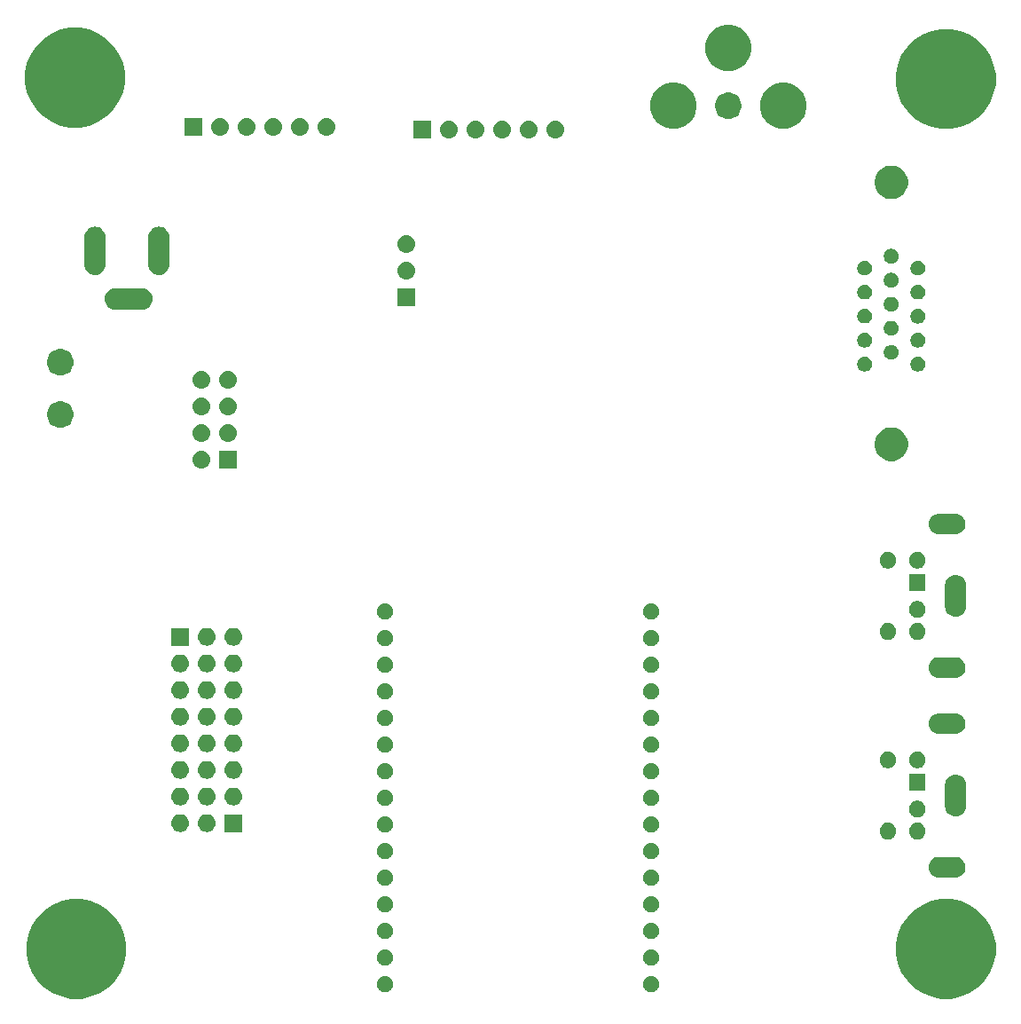
<source format=gbr>
G04 #@! TF.GenerationSoftware,KiCad,Pcbnew,(5.0.2)-1*
G04 #@! TF.CreationDate,2020-01-24T06:31:43-05:00*
G04 #@! TF.ProjectId,ESP32-VGA,45535033-322d-4564-9741-2e6b69636164,2*
G04 #@! TF.SameCoordinates,Original*
G04 #@! TF.FileFunction,Soldermask,Bot*
G04 #@! TF.FilePolarity,Negative*
%FSLAX46Y46*%
G04 Gerber Fmt 4.6, Leading zero omitted, Abs format (unit mm)*
G04 Created by KiCad (PCBNEW (5.0.2)-1) date 1/24/2020 6:31:43 AM*
%MOMM*%
%LPD*%
G01*
G04 APERTURE LIST*
%ADD10C,0.150000*%
G04 APERTURE END LIST*
D10*
G36*
X100389169Y-94420519D02*
X101255889Y-94779526D01*
X102035920Y-95300726D01*
X102699274Y-95964080D01*
X103220474Y-96744111D01*
X103579481Y-97610831D01*
X103762500Y-98530933D01*
X103762500Y-99469067D01*
X103579481Y-100389169D01*
X103220474Y-101255889D01*
X102699274Y-102035920D01*
X102035920Y-102699274D01*
X101255889Y-103220474D01*
X100389169Y-103579481D01*
X99469067Y-103762500D01*
X98530933Y-103762500D01*
X97610831Y-103579481D01*
X96744111Y-103220474D01*
X95964080Y-102699274D01*
X95300726Y-102035920D01*
X94779526Y-101255889D01*
X94420519Y-100389169D01*
X94237500Y-99469067D01*
X94237500Y-98530933D01*
X94420519Y-97610831D01*
X94779526Y-96744111D01*
X95300726Y-95964080D01*
X95964080Y-95300726D01*
X96744111Y-94779526D01*
X97610831Y-94420519D01*
X98530933Y-94237500D01*
X99469067Y-94237500D01*
X100389169Y-94420519D01*
X100389169Y-94420519D01*
G37*
G36*
X17389169Y-94420519D02*
X18255889Y-94779526D01*
X19035920Y-95300726D01*
X19699274Y-95964080D01*
X20220474Y-96744111D01*
X20579481Y-97610831D01*
X20762500Y-98530933D01*
X20762500Y-99469067D01*
X20579481Y-100389169D01*
X20220474Y-101255889D01*
X19699274Y-102035920D01*
X19035920Y-102699274D01*
X18255889Y-103220474D01*
X17389169Y-103579481D01*
X16469067Y-103762500D01*
X15530933Y-103762500D01*
X14610831Y-103579481D01*
X13744111Y-103220474D01*
X12964080Y-102699274D01*
X12300726Y-102035920D01*
X11779526Y-101255889D01*
X11420519Y-100389169D01*
X11237500Y-99469067D01*
X11237500Y-98530933D01*
X11420519Y-97610831D01*
X11779526Y-96744111D01*
X12300726Y-95964080D01*
X12964080Y-95300726D01*
X13744111Y-94779526D01*
X14610831Y-94420519D01*
X15530933Y-94237500D01*
X16469067Y-94237500D01*
X17389169Y-94420519D01*
X17389169Y-94420519D01*
G37*
G36*
X45639195Y-101619522D02*
X45688267Y-101629283D01*
X45826942Y-101686724D01*
X45951750Y-101770118D01*
X46057882Y-101876250D01*
X46141276Y-102001058D01*
X46198717Y-102139734D01*
X46228000Y-102286948D01*
X46228000Y-102437052D01*
X46198717Y-102584266D01*
X46141276Y-102722942D01*
X46057882Y-102847750D01*
X45951750Y-102953882D01*
X45951747Y-102953884D01*
X45826942Y-103037276D01*
X45688267Y-103094717D01*
X45639195Y-103104478D01*
X45541052Y-103124000D01*
X45390948Y-103124000D01*
X45292805Y-103104478D01*
X45243733Y-103094717D01*
X45105058Y-103037276D01*
X44980253Y-102953884D01*
X44980250Y-102953882D01*
X44874118Y-102847750D01*
X44790724Y-102722942D01*
X44733283Y-102584266D01*
X44704000Y-102437052D01*
X44704000Y-102286948D01*
X44733283Y-102139734D01*
X44790724Y-102001058D01*
X44874118Y-101876250D01*
X44980250Y-101770118D01*
X45105058Y-101686724D01*
X45243733Y-101629283D01*
X45292805Y-101619522D01*
X45390948Y-101600000D01*
X45541052Y-101600000D01*
X45639195Y-101619522D01*
X45639195Y-101619522D01*
G37*
G36*
X71039195Y-101619522D02*
X71088267Y-101629283D01*
X71226942Y-101686724D01*
X71351750Y-101770118D01*
X71457882Y-101876250D01*
X71541276Y-102001058D01*
X71598717Y-102139734D01*
X71628000Y-102286948D01*
X71628000Y-102437052D01*
X71598717Y-102584266D01*
X71541276Y-102722942D01*
X71457882Y-102847750D01*
X71351750Y-102953882D01*
X71351747Y-102953884D01*
X71226942Y-103037276D01*
X71088267Y-103094717D01*
X71039195Y-103104478D01*
X70941052Y-103124000D01*
X70790948Y-103124000D01*
X70692805Y-103104478D01*
X70643733Y-103094717D01*
X70505058Y-103037276D01*
X70380253Y-102953884D01*
X70380250Y-102953882D01*
X70274118Y-102847750D01*
X70190724Y-102722942D01*
X70133283Y-102584266D01*
X70104000Y-102437052D01*
X70104000Y-102286948D01*
X70133283Y-102139734D01*
X70190724Y-102001058D01*
X70274118Y-101876250D01*
X70380250Y-101770118D01*
X70505058Y-101686724D01*
X70643733Y-101629283D01*
X70692805Y-101619522D01*
X70790948Y-101600000D01*
X70941052Y-101600000D01*
X71039195Y-101619522D01*
X71039195Y-101619522D01*
G37*
G36*
X45639195Y-99079522D02*
X45688267Y-99089283D01*
X45826942Y-99146724D01*
X45951750Y-99230118D01*
X46057882Y-99336250D01*
X46141276Y-99461058D01*
X46198717Y-99599734D01*
X46228000Y-99746948D01*
X46228000Y-99897052D01*
X46198717Y-100044266D01*
X46141276Y-100182942D01*
X46057882Y-100307750D01*
X45951750Y-100413882D01*
X45951747Y-100413884D01*
X45826942Y-100497276D01*
X45688267Y-100554717D01*
X45639195Y-100564478D01*
X45541052Y-100584000D01*
X45390948Y-100584000D01*
X45292805Y-100564478D01*
X45243733Y-100554717D01*
X45105058Y-100497276D01*
X44980253Y-100413884D01*
X44980250Y-100413882D01*
X44874118Y-100307750D01*
X44790724Y-100182942D01*
X44733283Y-100044266D01*
X44704000Y-99897052D01*
X44704000Y-99746948D01*
X44733283Y-99599734D01*
X44790724Y-99461058D01*
X44874118Y-99336250D01*
X44980250Y-99230118D01*
X45105058Y-99146724D01*
X45243733Y-99089283D01*
X45292805Y-99079522D01*
X45390948Y-99060000D01*
X45541052Y-99060000D01*
X45639195Y-99079522D01*
X45639195Y-99079522D01*
G37*
G36*
X71039195Y-99079522D02*
X71088267Y-99089283D01*
X71226942Y-99146724D01*
X71351750Y-99230118D01*
X71457882Y-99336250D01*
X71541276Y-99461058D01*
X71598717Y-99599734D01*
X71628000Y-99746948D01*
X71628000Y-99897052D01*
X71598717Y-100044266D01*
X71541276Y-100182942D01*
X71457882Y-100307750D01*
X71351750Y-100413882D01*
X71351747Y-100413884D01*
X71226942Y-100497276D01*
X71088267Y-100554717D01*
X71039195Y-100564478D01*
X70941052Y-100584000D01*
X70790948Y-100584000D01*
X70692805Y-100564478D01*
X70643733Y-100554717D01*
X70505058Y-100497276D01*
X70380253Y-100413884D01*
X70380250Y-100413882D01*
X70274118Y-100307750D01*
X70190724Y-100182942D01*
X70133283Y-100044266D01*
X70104000Y-99897052D01*
X70104000Y-99746948D01*
X70133283Y-99599734D01*
X70190724Y-99461058D01*
X70274118Y-99336250D01*
X70380250Y-99230118D01*
X70505058Y-99146724D01*
X70643733Y-99089283D01*
X70692805Y-99079522D01*
X70790948Y-99060000D01*
X70941052Y-99060000D01*
X71039195Y-99079522D01*
X71039195Y-99079522D01*
G37*
G36*
X71039195Y-96539522D02*
X71088267Y-96549283D01*
X71226942Y-96606724D01*
X71351750Y-96690118D01*
X71457882Y-96796250D01*
X71541276Y-96921058D01*
X71598717Y-97059734D01*
X71628000Y-97206948D01*
X71628000Y-97357052D01*
X71598717Y-97504266D01*
X71541276Y-97642942D01*
X71457882Y-97767750D01*
X71351750Y-97873882D01*
X71351747Y-97873884D01*
X71226942Y-97957276D01*
X71088267Y-98014717D01*
X71039195Y-98024478D01*
X70941052Y-98044000D01*
X70790948Y-98044000D01*
X70692805Y-98024478D01*
X70643733Y-98014717D01*
X70505058Y-97957276D01*
X70380253Y-97873884D01*
X70380250Y-97873882D01*
X70274118Y-97767750D01*
X70190724Y-97642942D01*
X70133283Y-97504266D01*
X70104000Y-97357052D01*
X70104000Y-97206948D01*
X70133283Y-97059734D01*
X70190724Y-96921058D01*
X70274118Y-96796250D01*
X70380250Y-96690118D01*
X70505058Y-96606724D01*
X70643733Y-96549283D01*
X70692805Y-96539522D01*
X70790948Y-96520000D01*
X70941052Y-96520000D01*
X71039195Y-96539522D01*
X71039195Y-96539522D01*
G37*
G36*
X45639195Y-96539522D02*
X45688267Y-96549283D01*
X45826942Y-96606724D01*
X45951750Y-96690118D01*
X46057882Y-96796250D01*
X46141276Y-96921058D01*
X46198717Y-97059734D01*
X46228000Y-97206948D01*
X46228000Y-97357052D01*
X46198717Y-97504266D01*
X46141276Y-97642942D01*
X46057882Y-97767750D01*
X45951750Y-97873882D01*
X45951747Y-97873884D01*
X45826942Y-97957276D01*
X45688267Y-98014717D01*
X45639195Y-98024478D01*
X45541052Y-98044000D01*
X45390948Y-98044000D01*
X45292805Y-98024478D01*
X45243733Y-98014717D01*
X45105058Y-97957276D01*
X44980253Y-97873884D01*
X44980250Y-97873882D01*
X44874118Y-97767750D01*
X44790724Y-97642942D01*
X44733283Y-97504266D01*
X44704000Y-97357052D01*
X44704000Y-97206948D01*
X44733283Y-97059734D01*
X44790724Y-96921058D01*
X44874118Y-96796250D01*
X44980250Y-96690118D01*
X45105058Y-96606724D01*
X45243733Y-96549283D01*
X45292805Y-96539522D01*
X45390948Y-96520000D01*
X45541052Y-96520000D01*
X45639195Y-96539522D01*
X45639195Y-96539522D01*
G37*
G36*
X45639195Y-93999522D02*
X45688267Y-94009283D01*
X45826942Y-94066724D01*
X45951750Y-94150118D01*
X46057882Y-94256250D01*
X46141276Y-94381058D01*
X46198717Y-94519734D01*
X46228000Y-94666948D01*
X46228000Y-94817052D01*
X46198717Y-94964266D01*
X46141276Y-95102942D01*
X46057882Y-95227750D01*
X45951750Y-95333882D01*
X45951747Y-95333884D01*
X45826942Y-95417276D01*
X45688267Y-95474717D01*
X45639195Y-95484478D01*
X45541052Y-95504000D01*
X45390948Y-95504000D01*
X45292805Y-95484478D01*
X45243733Y-95474717D01*
X45105058Y-95417276D01*
X44980253Y-95333884D01*
X44980250Y-95333882D01*
X44874118Y-95227750D01*
X44790724Y-95102942D01*
X44733283Y-94964266D01*
X44704000Y-94817052D01*
X44704000Y-94666948D01*
X44733283Y-94519734D01*
X44790724Y-94381058D01*
X44874118Y-94256250D01*
X44980250Y-94150118D01*
X45105058Y-94066724D01*
X45243733Y-94009283D01*
X45292805Y-93999522D01*
X45390948Y-93980000D01*
X45541052Y-93980000D01*
X45639195Y-93999522D01*
X45639195Y-93999522D01*
G37*
G36*
X71039195Y-93999522D02*
X71088267Y-94009283D01*
X71226942Y-94066724D01*
X71351750Y-94150118D01*
X71457882Y-94256250D01*
X71541276Y-94381058D01*
X71598717Y-94519734D01*
X71628000Y-94666948D01*
X71628000Y-94817052D01*
X71598717Y-94964266D01*
X71541276Y-95102942D01*
X71457882Y-95227750D01*
X71351750Y-95333882D01*
X71351747Y-95333884D01*
X71226942Y-95417276D01*
X71088267Y-95474717D01*
X71039195Y-95484478D01*
X70941052Y-95504000D01*
X70790948Y-95504000D01*
X70692805Y-95484478D01*
X70643733Y-95474717D01*
X70505058Y-95417276D01*
X70380253Y-95333884D01*
X70380250Y-95333882D01*
X70274118Y-95227750D01*
X70190724Y-95102942D01*
X70133283Y-94964266D01*
X70104000Y-94817052D01*
X70104000Y-94666948D01*
X70133283Y-94519734D01*
X70190724Y-94381058D01*
X70274118Y-94256250D01*
X70380250Y-94150118D01*
X70505058Y-94066724D01*
X70643733Y-94009283D01*
X70692805Y-93999522D01*
X70790948Y-93980000D01*
X70941052Y-93980000D01*
X71039195Y-93999522D01*
X71039195Y-93999522D01*
G37*
G36*
X45639195Y-91459522D02*
X45688267Y-91469283D01*
X45826942Y-91526724D01*
X45951750Y-91610118D01*
X46057882Y-91716250D01*
X46141276Y-91841058D01*
X46198717Y-91979734D01*
X46228000Y-92126948D01*
X46228000Y-92277052D01*
X46198717Y-92424266D01*
X46141276Y-92562942D01*
X46057882Y-92687750D01*
X45951750Y-92793882D01*
X45951747Y-92793884D01*
X45826942Y-92877276D01*
X45688267Y-92934717D01*
X45639195Y-92944478D01*
X45541052Y-92964000D01*
X45390948Y-92964000D01*
X45292805Y-92944478D01*
X45243733Y-92934717D01*
X45105058Y-92877276D01*
X44980253Y-92793884D01*
X44980250Y-92793882D01*
X44874118Y-92687750D01*
X44790724Y-92562942D01*
X44733283Y-92424266D01*
X44704000Y-92277052D01*
X44704000Y-92126948D01*
X44733283Y-91979734D01*
X44790724Y-91841058D01*
X44874118Y-91716250D01*
X44980250Y-91610118D01*
X45105058Y-91526724D01*
X45243733Y-91469283D01*
X45292805Y-91459522D01*
X45390948Y-91440000D01*
X45541052Y-91440000D01*
X45639195Y-91459522D01*
X45639195Y-91459522D01*
G37*
G36*
X71039195Y-91459522D02*
X71088267Y-91469283D01*
X71226942Y-91526724D01*
X71351750Y-91610118D01*
X71457882Y-91716250D01*
X71541276Y-91841058D01*
X71598717Y-91979734D01*
X71628000Y-92126948D01*
X71628000Y-92277052D01*
X71598717Y-92424266D01*
X71541276Y-92562942D01*
X71457882Y-92687750D01*
X71351750Y-92793882D01*
X71351747Y-92793884D01*
X71226942Y-92877276D01*
X71088267Y-92934717D01*
X71039195Y-92944478D01*
X70941052Y-92964000D01*
X70790948Y-92964000D01*
X70692805Y-92944478D01*
X70643733Y-92934717D01*
X70505058Y-92877276D01*
X70380253Y-92793884D01*
X70380250Y-92793882D01*
X70274118Y-92687750D01*
X70190724Y-92562942D01*
X70133283Y-92424266D01*
X70104000Y-92277052D01*
X70104000Y-92126948D01*
X70133283Y-91979734D01*
X70190724Y-91841058D01*
X70274118Y-91716250D01*
X70380250Y-91610118D01*
X70505058Y-91526724D01*
X70643733Y-91469283D01*
X70692805Y-91459522D01*
X70790948Y-91440000D01*
X70941052Y-91440000D01*
X71039195Y-91459522D01*
X71039195Y-91459522D01*
G37*
G36*
X100062030Y-90222469D02*
X100062033Y-90222470D01*
X100062034Y-90222470D01*
X100250535Y-90279651D01*
X100250537Y-90279652D01*
X100424260Y-90372509D01*
X100576528Y-90497472D01*
X100701491Y-90649740D01*
X100794348Y-90823463D01*
X100851531Y-91011970D01*
X100870838Y-91208000D01*
X100851531Y-91404030D01*
X100794348Y-91592537D01*
X100701491Y-91766260D01*
X100576528Y-91918528D01*
X100424260Y-92043491D01*
X100424258Y-92043492D01*
X100250535Y-92136349D01*
X100062034Y-92193530D01*
X100062033Y-92193530D01*
X100062030Y-92193531D01*
X99915124Y-92208000D01*
X98316876Y-92208000D01*
X98169970Y-92193531D01*
X98169967Y-92193530D01*
X98169966Y-92193530D01*
X97981465Y-92136349D01*
X97807742Y-92043492D01*
X97807740Y-92043491D01*
X97655472Y-91918528D01*
X97530509Y-91766260D01*
X97437652Y-91592537D01*
X97380469Y-91404030D01*
X97361162Y-91208000D01*
X97380469Y-91011970D01*
X97437652Y-90823463D01*
X97530509Y-90649740D01*
X97655472Y-90497472D01*
X97807740Y-90372509D01*
X97981463Y-90279652D01*
X97981465Y-90279651D01*
X98169966Y-90222470D01*
X98169967Y-90222470D01*
X98169970Y-90222469D01*
X98316876Y-90208000D01*
X99915124Y-90208000D01*
X100062030Y-90222469D01*
X100062030Y-90222469D01*
G37*
G36*
X45639195Y-88919522D02*
X45688267Y-88929283D01*
X45826942Y-88986724D01*
X45951750Y-89070118D01*
X46057882Y-89176250D01*
X46141276Y-89301058D01*
X46198717Y-89439734D01*
X46228000Y-89586948D01*
X46228000Y-89737052D01*
X46198717Y-89884266D01*
X46141276Y-90022942D01*
X46057882Y-90147750D01*
X45951750Y-90253882D01*
X45951747Y-90253884D01*
X45826942Y-90337276D01*
X45688267Y-90394717D01*
X45639195Y-90404478D01*
X45541052Y-90424000D01*
X45390948Y-90424000D01*
X45292805Y-90404478D01*
X45243733Y-90394717D01*
X45105058Y-90337276D01*
X44980253Y-90253884D01*
X44980250Y-90253882D01*
X44874118Y-90147750D01*
X44790724Y-90022942D01*
X44733283Y-89884266D01*
X44704000Y-89737052D01*
X44704000Y-89586948D01*
X44733283Y-89439734D01*
X44790724Y-89301058D01*
X44874118Y-89176250D01*
X44980250Y-89070118D01*
X45105058Y-88986724D01*
X45243733Y-88929283D01*
X45292805Y-88919522D01*
X45390948Y-88900000D01*
X45541052Y-88900000D01*
X45639195Y-88919522D01*
X45639195Y-88919522D01*
G37*
G36*
X71039195Y-88919522D02*
X71088267Y-88929283D01*
X71226942Y-88986724D01*
X71351750Y-89070118D01*
X71457882Y-89176250D01*
X71541276Y-89301058D01*
X71598717Y-89439734D01*
X71628000Y-89586948D01*
X71628000Y-89737052D01*
X71598717Y-89884266D01*
X71541276Y-90022942D01*
X71457882Y-90147750D01*
X71351750Y-90253882D01*
X71351747Y-90253884D01*
X71226942Y-90337276D01*
X71088267Y-90394717D01*
X71039195Y-90404478D01*
X70941052Y-90424000D01*
X70790948Y-90424000D01*
X70692805Y-90404478D01*
X70643733Y-90394717D01*
X70505058Y-90337276D01*
X70380253Y-90253884D01*
X70380250Y-90253882D01*
X70274118Y-90147750D01*
X70190724Y-90022942D01*
X70133283Y-89884266D01*
X70104000Y-89737052D01*
X70104000Y-89586948D01*
X70133283Y-89439734D01*
X70190724Y-89301058D01*
X70274118Y-89176250D01*
X70380250Y-89070118D01*
X70505058Y-88986724D01*
X70643733Y-88929283D01*
X70692805Y-88919522D01*
X70790948Y-88900000D01*
X70941052Y-88900000D01*
X71039195Y-88919522D01*
X71039195Y-88919522D01*
G37*
G36*
X93699352Y-86988743D02*
X93844941Y-87049048D01*
X93975973Y-87136601D01*
X94087399Y-87248027D01*
X94174952Y-87379059D01*
X94235257Y-87524648D01*
X94266000Y-87679205D01*
X94266000Y-87836795D01*
X94235257Y-87991352D01*
X94174952Y-88136941D01*
X94087399Y-88267973D01*
X93975973Y-88379399D01*
X93844941Y-88466952D01*
X93699352Y-88527257D01*
X93544795Y-88558000D01*
X93387205Y-88558000D01*
X93232648Y-88527257D01*
X93087059Y-88466952D01*
X92956027Y-88379399D01*
X92844601Y-88267973D01*
X92757048Y-88136941D01*
X92696743Y-87991352D01*
X92666000Y-87836795D01*
X92666000Y-87679205D01*
X92696743Y-87524648D01*
X92757048Y-87379059D01*
X92844601Y-87248027D01*
X92956027Y-87136601D01*
X93087059Y-87049048D01*
X93232648Y-86988743D01*
X93387205Y-86958000D01*
X93544795Y-86958000D01*
X93699352Y-86988743D01*
X93699352Y-86988743D01*
G37*
G36*
X96499352Y-86988743D02*
X96644941Y-87049048D01*
X96775973Y-87136601D01*
X96887399Y-87248027D01*
X96974952Y-87379059D01*
X97035257Y-87524648D01*
X97066000Y-87679205D01*
X97066000Y-87836795D01*
X97035257Y-87991352D01*
X96974952Y-88136941D01*
X96887399Y-88267973D01*
X96775973Y-88379399D01*
X96644941Y-88466952D01*
X96499352Y-88527257D01*
X96344795Y-88558000D01*
X96187205Y-88558000D01*
X96032648Y-88527257D01*
X95887059Y-88466952D01*
X95756027Y-88379399D01*
X95644601Y-88267973D01*
X95557048Y-88136941D01*
X95496743Y-87991352D01*
X95466000Y-87836795D01*
X95466000Y-87679205D01*
X95496743Y-87524648D01*
X95557048Y-87379059D01*
X95644601Y-87248027D01*
X95756027Y-87136601D01*
X95887059Y-87049048D01*
X96032648Y-86988743D01*
X96187205Y-86958000D01*
X96344795Y-86958000D01*
X96499352Y-86988743D01*
X96499352Y-86988743D01*
G37*
G36*
X71039195Y-86379522D02*
X71088267Y-86389283D01*
X71179944Y-86427257D01*
X71226942Y-86446724D01*
X71351750Y-86530118D01*
X71457882Y-86636250D01*
X71457884Y-86636253D01*
X71541276Y-86761058D01*
X71598717Y-86899733D01*
X71628000Y-87046950D01*
X71628000Y-87197050D01*
X71598717Y-87344267D01*
X71546836Y-87469519D01*
X71541276Y-87482942D01*
X71457882Y-87607750D01*
X71351750Y-87713882D01*
X71351747Y-87713884D01*
X71226942Y-87797276D01*
X71088267Y-87854717D01*
X71039195Y-87864478D01*
X70941052Y-87884000D01*
X70790948Y-87884000D01*
X70692805Y-87864478D01*
X70643733Y-87854717D01*
X70505058Y-87797276D01*
X70380253Y-87713884D01*
X70380250Y-87713882D01*
X70274118Y-87607750D01*
X70190724Y-87482942D01*
X70185164Y-87469519D01*
X70133283Y-87344267D01*
X70104000Y-87197050D01*
X70104000Y-87046950D01*
X70133283Y-86899733D01*
X70190724Y-86761058D01*
X70274116Y-86636253D01*
X70274118Y-86636250D01*
X70380250Y-86530118D01*
X70505058Y-86446724D01*
X70552056Y-86427257D01*
X70643733Y-86389283D01*
X70692805Y-86379522D01*
X70790948Y-86360000D01*
X70941052Y-86360000D01*
X71039195Y-86379522D01*
X71039195Y-86379522D01*
G37*
G36*
X45639195Y-86379522D02*
X45688267Y-86389283D01*
X45779944Y-86427257D01*
X45826942Y-86446724D01*
X45951750Y-86530118D01*
X46057882Y-86636250D01*
X46057884Y-86636253D01*
X46141276Y-86761058D01*
X46198717Y-86899733D01*
X46228000Y-87046950D01*
X46228000Y-87197050D01*
X46198717Y-87344267D01*
X46146836Y-87469519D01*
X46141276Y-87482942D01*
X46057882Y-87607750D01*
X45951750Y-87713882D01*
X45951747Y-87713884D01*
X45826942Y-87797276D01*
X45688267Y-87854717D01*
X45639195Y-87864478D01*
X45541052Y-87884000D01*
X45390948Y-87884000D01*
X45292805Y-87864478D01*
X45243733Y-87854717D01*
X45105058Y-87797276D01*
X44980253Y-87713884D01*
X44980250Y-87713882D01*
X44874118Y-87607750D01*
X44790724Y-87482942D01*
X44785164Y-87469519D01*
X44733283Y-87344267D01*
X44704000Y-87197050D01*
X44704000Y-87046950D01*
X44733283Y-86899733D01*
X44790724Y-86761058D01*
X44874116Y-86636253D01*
X44874118Y-86636250D01*
X44980250Y-86530118D01*
X45105058Y-86446724D01*
X45152056Y-86427257D01*
X45243733Y-86389283D01*
X45292805Y-86379522D01*
X45390948Y-86360000D01*
X45541052Y-86360000D01*
X45639195Y-86379522D01*
X45639195Y-86379522D01*
G37*
G36*
X31838000Y-87845000D02*
X30138000Y-87845000D01*
X30138000Y-86145000D01*
X31838000Y-86145000D01*
X31838000Y-87845000D01*
X31838000Y-87845000D01*
G37*
G36*
X28614630Y-86157299D02*
X28774855Y-86205903D01*
X28922520Y-86284831D01*
X29051949Y-86391051D01*
X29158169Y-86520480D01*
X29237097Y-86668145D01*
X29285701Y-86828370D01*
X29302112Y-86995000D01*
X29285701Y-87161630D01*
X29237097Y-87321855D01*
X29158169Y-87469520D01*
X29051949Y-87598949D01*
X28922520Y-87705169D01*
X28774855Y-87784097D01*
X28614630Y-87832701D01*
X28489752Y-87845000D01*
X28406248Y-87845000D01*
X28281370Y-87832701D01*
X28121145Y-87784097D01*
X27973480Y-87705169D01*
X27844051Y-87598949D01*
X27737831Y-87469520D01*
X27658903Y-87321855D01*
X27610299Y-87161630D01*
X27593888Y-86995000D01*
X27610299Y-86828370D01*
X27658903Y-86668145D01*
X27737831Y-86520480D01*
X27844051Y-86391051D01*
X27973480Y-86284831D01*
X28121145Y-86205903D01*
X28281370Y-86157299D01*
X28406248Y-86145000D01*
X28489752Y-86145000D01*
X28614630Y-86157299D01*
X28614630Y-86157299D01*
G37*
G36*
X26074630Y-86157299D02*
X26234855Y-86205903D01*
X26382520Y-86284831D01*
X26511949Y-86391051D01*
X26618169Y-86520480D01*
X26697097Y-86668145D01*
X26745701Y-86828370D01*
X26762112Y-86995000D01*
X26745701Y-87161630D01*
X26697097Y-87321855D01*
X26618169Y-87469520D01*
X26511949Y-87598949D01*
X26382520Y-87705169D01*
X26234855Y-87784097D01*
X26074630Y-87832701D01*
X25949752Y-87845000D01*
X25866248Y-87845000D01*
X25741370Y-87832701D01*
X25581145Y-87784097D01*
X25433480Y-87705169D01*
X25304051Y-87598949D01*
X25197831Y-87469520D01*
X25118903Y-87321855D01*
X25070299Y-87161630D01*
X25053888Y-86995000D01*
X25070299Y-86828370D01*
X25118903Y-86668145D01*
X25197831Y-86520480D01*
X25304051Y-86391051D01*
X25433480Y-86284831D01*
X25581145Y-86205903D01*
X25741370Y-86157299D01*
X25866248Y-86145000D01*
X25949752Y-86145000D01*
X26074630Y-86157299D01*
X26074630Y-86157299D01*
G37*
G36*
X96499352Y-84888743D02*
X96644941Y-84949048D01*
X96775973Y-85036601D01*
X96887399Y-85148027D01*
X96974952Y-85279059D01*
X97035257Y-85424648D01*
X97066000Y-85579205D01*
X97066000Y-85736795D01*
X97035257Y-85891352D01*
X96974952Y-86036941D01*
X96887399Y-86167973D01*
X96775973Y-86279399D01*
X96644941Y-86366952D01*
X96499352Y-86427257D01*
X96344795Y-86458000D01*
X96187205Y-86458000D01*
X96032648Y-86427257D01*
X95887059Y-86366952D01*
X95756027Y-86279399D01*
X95644601Y-86167973D01*
X95557048Y-86036941D01*
X95496743Y-85891352D01*
X95466000Y-85736795D01*
X95466000Y-85579205D01*
X95496743Y-85424648D01*
X95557048Y-85279059D01*
X95644601Y-85148027D01*
X95756027Y-85036601D01*
X95887059Y-84949048D01*
X96032648Y-84888743D01*
X96187205Y-84858000D01*
X96344795Y-84858000D01*
X96499352Y-84888743D01*
X96499352Y-84888743D01*
G37*
G36*
X100112029Y-82372469D02*
X100112032Y-82372470D01*
X100112033Y-82372470D01*
X100300534Y-82429651D01*
X100300536Y-82429652D01*
X100300539Y-82429653D01*
X100474258Y-82522507D01*
X100626528Y-82647472D01*
X100751491Y-82799740D01*
X100844348Y-82973463D01*
X100901531Y-83161970D01*
X100916000Y-83308876D01*
X100916000Y-85407124D01*
X100901531Y-85554030D01*
X100901530Y-85554033D01*
X100901530Y-85554034D01*
X100846091Y-85736793D01*
X100844348Y-85742537D01*
X100751491Y-85916260D01*
X100626528Y-86068528D01*
X100474260Y-86193491D01*
X100474258Y-86193492D01*
X100300535Y-86286349D01*
X100112034Y-86343530D01*
X100112033Y-86343530D01*
X100112030Y-86343531D01*
X99916000Y-86362838D01*
X99719971Y-86343531D01*
X99719968Y-86343530D01*
X99719967Y-86343530D01*
X99531466Y-86286349D01*
X99357743Y-86193492D01*
X99357741Y-86193491D01*
X99205473Y-86068528D01*
X99080510Y-85916260D01*
X98987653Y-85742537D01*
X98985911Y-85736793D01*
X98930471Y-85554034D01*
X98930471Y-85554033D01*
X98930470Y-85554030D01*
X98916001Y-85407124D01*
X98916000Y-83308877D01*
X98930469Y-83161971D01*
X98930470Y-83161967D01*
X98987651Y-82973466D01*
X98987652Y-82973464D01*
X98987653Y-82973461D01*
X99080507Y-82799742D01*
X99205472Y-82647472D01*
X99357740Y-82522509D01*
X99531463Y-82429652D01*
X99531465Y-82429651D01*
X99719966Y-82372470D01*
X99719967Y-82372470D01*
X99719970Y-82372469D01*
X99916000Y-82353162D01*
X100112029Y-82372469D01*
X100112029Y-82372469D01*
G37*
G36*
X71039195Y-83839522D02*
X71088267Y-83849283D01*
X71226942Y-83906724D01*
X71351750Y-83990118D01*
X71457882Y-84096250D01*
X71457884Y-84096253D01*
X71541276Y-84221058D01*
X71569158Y-84288370D01*
X71598717Y-84359734D01*
X71628000Y-84506948D01*
X71628000Y-84657052D01*
X71598717Y-84804266D01*
X71541276Y-84942942D01*
X71457882Y-85067750D01*
X71351750Y-85173882D01*
X71351747Y-85173884D01*
X71226942Y-85257276D01*
X71088267Y-85314717D01*
X71039195Y-85324478D01*
X70941052Y-85344000D01*
X70790948Y-85344000D01*
X70692805Y-85324478D01*
X70643733Y-85314717D01*
X70505058Y-85257276D01*
X70380253Y-85173884D01*
X70380250Y-85173882D01*
X70274118Y-85067750D01*
X70190724Y-84942942D01*
X70133283Y-84804266D01*
X70104000Y-84657052D01*
X70104000Y-84506948D01*
X70133283Y-84359734D01*
X70162843Y-84288370D01*
X70190724Y-84221058D01*
X70274116Y-84096253D01*
X70274118Y-84096250D01*
X70380250Y-83990118D01*
X70505058Y-83906724D01*
X70643733Y-83849283D01*
X70692805Y-83839522D01*
X70790948Y-83820000D01*
X70941052Y-83820000D01*
X71039195Y-83839522D01*
X71039195Y-83839522D01*
G37*
G36*
X45639195Y-83839522D02*
X45688267Y-83849283D01*
X45826942Y-83906724D01*
X45951750Y-83990118D01*
X46057882Y-84096250D01*
X46057884Y-84096253D01*
X46141276Y-84221058D01*
X46169158Y-84288370D01*
X46198717Y-84359734D01*
X46228000Y-84506948D01*
X46228000Y-84657052D01*
X46198717Y-84804266D01*
X46141276Y-84942942D01*
X46057882Y-85067750D01*
X45951750Y-85173882D01*
X45951747Y-85173884D01*
X45826942Y-85257276D01*
X45688267Y-85314717D01*
X45639195Y-85324478D01*
X45541052Y-85344000D01*
X45390948Y-85344000D01*
X45292805Y-85324478D01*
X45243733Y-85314717D01*
X45105058Y-85257276D01*
X44980253Y-85173884D01*
X44980250Y-85173882D01*
X44874118Y-85067750D01*
X44790724Y-84942942D01*
X44733283Y-84804266D01*
X44704000Y-84657052D01*
X44704000Y-84506948D01*
X44733283Y-84359734D01*
X44762843Y-84288370D01*
X44790724Y-84221058D01*
X44874116Y-84096253D01*
X44874118Y-84096250D01*
X44980250Y-83990118D01*
X45105058Y-83906724D01*
X45243733Y-83849283D01*
X45292805Y-83839522D01*
X45390948Y-83820000D01*
X45541052Y-83820000D01*
X45639195Y-83839522D01*
X45639195Y-83839522D01*
G37*
G36*
X28614630Y-83617299D02*
X28774855Y-83665903D01*
X28922520Y-83744831D01*
X29051949Y-83851051D01*
X29158169Y-83980480D01*
X29237097Y-84128145D01*
X29285701Y-84288370D01*
X29302112Y-84455000D01*
X29285701Y-84621630D01*
X29237097Y-84781855D01*
X29158169Y-84929520D01*
X29051949Y-85058949D01*
X28922520Y-85165169D01*
X28774855Y-85244097D01*
X28614630Y-85292701D01*
X28489752Y-85305000D01*
X28406248Y-85305000D01*
X28281370Y-85292701D01*
X28121145Y-85244097D01*
X27973480Y-85165169D01*
X27844051Y-85058949D01*
X27737831Y-84929520D01*
X27658903Y-84781855D01*
X27610299Y-84621630D01*
X27593888Y-84455000D01*
X27610299Y-84288370D01*
X27658903Y-84128145D01*
X27737831Y-83980480D01*
X27844051Y-83851051D01*
X27973480Y-83744831D01*
X28121145Y-83665903D01*
X28281370Y-83617299D01*
X28406248Y-83605000D01*
X28489752Y-83605000D01*
X28614630Y-83617299D01*
X28614630Y-83617299D01*
G37*
G36*
X31154630Y-83617299D02*
X31314855Y-83665903D01*
X31462520Y-83744831D01*
X31591949Y-83851051D01*
X31698169Y-83980480D01*
X31777097Y-84128145D01*
X31825701Y-84288370D01*
X31842112Y-84455000D01*
X31825701Y-84621630D01*
X31777097Y-84781855D01*
X31698169Y-84929520D01*
X31591949Y-85058949D01*
X31462520Y-85165169D01*
X31314855Y-85244097D01*
X31154630Y-85292701D01*
X31029752Y-85305000D01*
X30946248Y-85305000D01*
X30821370Y-85292701D01*
X30661145Y-85244097D01*
X30513480Y-85165169D01*
X30384051Y-85058949D01*
X30277831Y-84929520D01*
X30198903Y-84781855D01*
X30150299Y-84621630D01*
X30133888Y-84455000D01*
X30150299Y-84288370D01*
X30198903Y-84128145D01*
X30277831Y-83980480D01*
X30384051Y-83851051D01*
X30513480Y-83744831D01*
X30661145Y-83665903D01*
X30821370Y-83617299D01*
X30946248Y-83605000D01*
X31029752Y-83605000D01*
X31154630Y-83617299D01*
X31154630Y-83617299D01*
G37*
G36*
X26074630Y-83617299D02*
X26234855Y-83665903D01*
X26382520Y-83744831D01*
X26511949Y-83851051D01*
X26618169Y-83980480D01*
X26697097Y-84128145D01*
X26745701Y-84288370D01*
X26762112Y-84455000D01*
X26745701Y-84621630D01*
X26697097Y-84781855D01*
X26618169Y-84929520D01*
X26511949Y-85058949D01*
X26382520Y-85165169D01*
X26234855Y-85244097D01*
X26074630Y-85292701D01*
X25949752Y-85305000D01*
X25866248Y-85305000D01*
X25741370Y-85292701D01*
X25581145Y-85244097D01*
X25433480Y-85165169D01*
X25304051Y-85058949D01*
X25197831Y-84929520D01*
X25118903Y-84781855D01*
X25070299Y-84621630D01*
X25053888Y-84455000D01*
X25070299Y-84288370D01*
X25118903Y-84128145D01*
X25197831Y-83980480D01*
X25304051Y-83851051D01*
X25433480Y-83744831D01*
X25581145Y-83665903D01*
X25741370Y-83617299D01*
X25866248Y-83605000D01*
X25949752Y-83605000D01*
X26074630Y-83617299D01*
X26074630Y-83617299D01*
G37*
G36*
X97066000Y-83858000D02*
X95466000Y-83858000D01*
X95466000Y-82258000D01*
X97066000Y-82258000D01*
X97066000Y-83858000D01*
X97066000Y-83858000D01*
G37*
G36*
X71039195Y-81299522D02*
X71088267Y-81309283D01*
X71226942Y-81366724D01*
X71351750Y-81450118D01*
X71457882Y-81556250D01*
X71457884Y-81556253D01*
X71541276Y-81681058D01*
X71598717Y-81819733D01*
X71628000Y-81966950D01*
X71628000Y-82117050D01*
X71598717Y-82264267D01*
X71553898Y-82372469D01*
X71541276Y-82402942D01*
X71457882Y-82527750D01*
X71351750Y-82633882D01*
X71351747Y-82633884D01*
X71226942Y-82717276D01*
X71088267Y-82774717D01*
X71039195Y-82784478D01*
X70941052Y-82804000D01*
X70790948Y-82804000D01*
X70692805Y-82784478D01*
X70643733Y-82774717D01*
X70505058Y-82717276D01*
X70380253Y-82633884D01*
X70380250Y-82633882D01*
X70274118Y-82527750D01*
X70190724Y-82402942D01*
X70178102Y-82372469D01*
X70133283Y-82264267D01*
X70104000Y-82117050D01*
X70104000Y-81966950D01*
X70133283Y-81819733D01*
X70190724Y-81681058D01*
X70274116Y-81556253D01*
X70274118Y-81556250D01*
X70380250Y-81450118D01*
X70505058Y-81366724D01*
X70643733Y-81309283D01*
X70692805Y-81299522D01*
X70790948Y-81280000D01*
X70941052Y-81280000D01*
X71039195Y-81299522D01*
X71039195Y-81299522D01*
G37*
G36*
X45639195Y-81299522D02*
X45688267Y-81309283D01*
X45826942Y-81366724D01*
X45951750Y-81450118D01*
X46057882Y-81556250D01*
X46057884Y-81556253D01*
X46141276Y-81681058D01*
X46198717Y-81819733D01*
X46228000Y-81966950D01*
X46228000Y-82117050D01*
X46198717Y-82264267D01*
X46153898Y-82372469D01*
X46141276Y-82402942D01*
X46057882Y-82527750D01*
X45951750Y-82633882D01*
X45951747Y-82633884D01*
X45826942Y-82717276D01*
X45688267Y-82774717D01*
X45639195Y-82784478D01*
X45541052Y-82804000D01*
X45390948Y-82804000D01*
X45292805Y-82784478D01*
X45243733Y-82774717D01*
X45105058Y-82717276D01*
X44980253Y-82633884D01*
X44980250Y-82633882D01*
X44874118Y-82527750D01*
X44790724Y-82402942D01*
X44778102Y-82372469D01*
X44733283Y-82264267D01*
X44704000Y-82117050D01*
X44704000Y-81966950D01*
X44733283Y-81819733D01*
X44790724Y-81681058D01*
X44874116Y-81556253D01*
X44874118Y-81556250D01*
X44980250Y-81450118D01*
X45105058Y-81366724D01*
X45243733Y-81309283D01*
X45292805Y-81299522D01*
X45390948Y-81280000D01*
X45541052Y-81280000D01*
X45639195Y-81299522D01*
X45639195Y-81299522D01*
G37*
G36*
X31154630Y-81077299D02*
X31314855Y-81125903D01*
X31462520Y-81204831D01*
X31591949Y-81311051D01*
X31698169Y-81440480D01*
X31777097Y-81588145D01*
X31825701Y-81748370D01*
X31842112Y-81915000D01*
X31825701Y-82081630D01*
X31777097Y-82241855D01*
X31698169Y-82389520D01*
X31591949Y-82518949D01*
X31462520Y-82625169D01*
X31314855Y-82704097D01*
X31154630Y-82752701D01*
X31029752Y-82765000D01*
X30946248Y-82765000D01*
X30821370Y-82752701D01*
X30661145Y-82704097D01*
X30513480Y-82625169D01*
X30384051Y-82518949D01*
X30277831Y-82389520D01*
X30198903Y-82241855D01*
X30150299Y-82081630D01*
X30133888Y-81915000D01*
X30150299Y-81748370D01*
X30198903Y-81588145D01*
X30277831Y-81440480D01*
X30384051Y-81311051D01*
X30513480Y-81204831D01*
X30661145Y-81125903D01*
X30821370Y-81077299D01*
X30946248Y-81065000D01*
X31029752Y-81065000D01*
X31154630Y-81077299D01*
X31154630Y-81077299D01*
G37*
G36*
X26074630Y-81077299D02*
X26234855Y-81125903D01*
X26382520Y-81204831D01*
X26511949Y-81311051D01*
X26618169Y-81440480D01*
X26697097Y-81588145D01*
X26745701Y-81748370D01*
X26762112Y-81915000D01*
X26745701Y-82081630D01*
X26697097Y-82241855D01*
X26618169Y-82389520D01*
X26511949Y-82518949D01*
X26382520Y-82625169D01*
X26234855Y-82704097D01*
X26074630Y-82752701D01*
X25949752Y-82765000D01*
X25866248Y-82765000D01*
X25741370Y-82752701D01*
X25581145Y-82704097D01*
X25433480Y-82625169D01*
X25304051Y-82518949D01*
X25197831Y-82389520D01*
X25118903Y-82241855D01*
X25070299Y-82081630D01*
X25053888Y-81915000D01*
X25070299Y-81748370D01*
X25118903Y-81588145D01*
X25197831Y-81440480D01*
X25304051Y-81311051D01*
X25433480Y-81204831D01*
X25581145Y-81125903D01*
X25741370Y-81077299D01*
X25866248Y-81065000D01*
X25949752Y-81065000D01*
X26074630Y-81077299D01*
X26074630Y-81077299D01*
G37*
G36*
X28614630Y-81077299D02*
X28774855Y-81125903D01*
X28922520Y-81204831D01*
X29051949Y-81311051D01*
X29158169Y-81440480D01*
X29237097Y-81588145D01*
X29285701Y-81748370D01*
X29302112Y-81915000D01*
X29285701Y-82081630D01*
X29237097Y-82241855D01*
X29158169Y-82389520D01*
X29051949Y-82518949D01*
X28922520Y-82625169D01*
X28774855Y-82704097D01*
X28614630Y-82752701D01*
X28489752Y-82765000D01*
X28406248Y-82765000D01*
X28281370Y-82752701D01*
X28121145Y-82704097D01*
X27973480Y-82625169D01*
X27844051Y-82518949D01*
X27737831Y-82389520D01*
X27658903Y-82241855D01*
X27610299Y-82081630D01*
X27593888Y-81915000D01*
X27610299Y-81748370D01*
X27658903Y-81588145D01*
X27737831Y-81440480D01*
X27844051Y-81311051D01*
X27973480Y-81204831D01*
X28121145Y-81125903D01*
X28281370Y-81077299D01*
X28406248Y-81065000D01*
X28489752Y-81065000D01*
X28614630Y-81077299D01*
X28614630Y-81077299D01*
G37*
G36*
X96499352Y-80188743D02*
X96644941Y-80249048D01*
X96775973Y-80336601D01*
X96887399Y-80448027D01*
X96974952Y-80579059D01*
X97035257Y-80724648D01*
X97066000Y-80879205D01*
X97066000Y-81036795D01*
X97035257Y-81191352D01*
X96974952Y-81336941D01*
X96887399Y-81467973D01*
X96775973Y-81579399D01*
X96644941Y-81666952D01*
X96499352Y-81727257D01*
X96344795Y-81758000D01*
X96187205Y-81758000D01*
X96032648Y-81727257D01*
X95887059Y-81666952D01*
X95756027Y-81579399D01*
X95644601Y-81467973D01*
X95557048Y-81336941D01*
X95496743Y-81191352D01*
X95466000Y-81036795D01*
X95466000Y-80879205D01*
X95496743Y-80724648D01*
X95557048Y-80579059D01*
X95644601Y-80448027D01*
X95756027Y-80336601D01*
X95887059Y-80249048D01*
X96032648Y-80188743D01*
X96187205Y-80158000D01*
X96344795Y-80158000D01*
X96499352Y-80188743D01*
X96499352Y-80188743D01*
G37*
G36*
X93699352Y-80188743D02*
X93844941Y-80249048D01*
X93975973Y-80336601D01*
X94087399Y-80448027D01*
X94174952Y-80579059D01*
X94235257Y-80724648D01*
X94266000Y-80879205D01*
X94266000Y-81036795D01*
X94235257Y-81191352D01*
X94174952Y-81336941D01*
X94087399Y-81467973D01*
X93975973Y-81579399D01*
X93844941Y-81666952D01*
X93699352Y-81727257D01*
X93544795Y-81758000D01*
X93387205Y-81758000D01*
X93232648Y-81727257D01*
X93087059Y-81666952D01*
X92956027Y-81579399D01*
X92844601Y-81467973D01*
X92757048Y-81336941D01*
X92696743Y-81191352D01*
X92666000Y-81036795D01*
X92666000Y-80879205D01*
X92696743Y-80724648D01*
X92757048Y-80579059D01*
X92844601Y-80448027D01*
X92956027Y-80336601D01*
X93087059Y-80249048D01*
X93232648Y-80188743D01*
X93387205Y-80158000D01*
X93544795Y-80158000D01*
X93699352Y-80188743D01*
X93699352Y-80188743D01*
G37*
G36*
X71039195Y-78759522D02*
X71088267Y-78769283D01*
X71226942Y-78826724D01*
X71351750Y-78910118D01*
X71457882Y-79016250D01*
X71457884Y-79016253D01*
X71541276Y-79141058D01*
X71569158Y-79208370D01*
X71598717Y-79279734D01*
X71628000Y-79426948D01*
X71628000Y-79577052D01*
X71598717Y-79724266D01*
X71541276Y-79862942D01*
X71457882Y-79987750D01*
X71351750Y-80093882D01*
X71351747Y-80093884D01*
X71226942Y-80177276D01*
X71088267Y-80234717D01*
X71039195Y-80244478D01*
X70941052Y-80264000D01*
X70790948Y-80264000D01*
X70692805Y-80244478D01*
X70643733Y-80234717D01*
X70505058Y-80177276D01*
X70380253Y-80093884D01*
X70380250Y-80093882D01*
X70274118Y-79987750D01*
X70190724Y-79862942D01*
X70133283Y-79724266D01*
X70104000Y-79577052D01*
X70104000Y-79426948D01*
X70133283Y-79279734D01*
X70162843Y-79208370D01*
X70190724Y-79141058D01*
X70274116Y-79016253D01*
X70274118Y-79016250D01*
X70380250Y-78910118D01*
X70505058Y-78826724D01*
X70643733Y-78769283D01*
X70692805Y-78759522D01*
X70790948Y-78740000D01*
X70941052Y-78740000D01*
X71039195Y-78759522D01*
X71039195Y-78759522D01*
G37*
G36*
X45639195Y-78759522D02*
X45688267Y-78769283D01*
X45826942Y-78826724D01*
X45951750Y-78910118D01*
X46057882Y-79016250D01*
X46057884Y-79016253D01*
X46141276Y-79141058D01*
X46169158Y-79208370D01*
X46198717Y-79279734D01*
X46228000Y-79426948D01*
X46228000Y-79577052D01*
X46198717Y-79724266D01*
X46141276Y-79862942D01*
X46057882Y-79987750D01*
X45951750Y-80093882D01*
X45951747Y-80093884D01*
X45826942Y-80177276D01*
X45688267Y-80234717D01*
X45639195Y-80244478D01*
X45541052Y-80264000D01*
X45390948Y-80264000D01*
X45292805Y-80244478D01*
X45243733Y-80234717D01*
X45105058Y-80177276D01*
X44980253Y-80093884D01*
X44980250Y-80093882D01*
X44874118Y-79987750D01*
X44790724Y-79862942D01*
X44733283Y-79724266D01*
X44704000Y-79577052D01*
X44704000Y-79426948D01*
X44733283Y-79279734D01*
X44762843Y-79208370D01*
X44790724Y-79141058D01*
X44874116Y-79016253D01*
X44874118Y-79016250D01*
X44980250Y-78910118D01*
X45105058Y-78826724D01*
X45243733Y-78769283D01*
X45292805Y-78759522D01*
X45390948Y-78740000D01*
X45541052Y-78740000D01*
X45639195Y-78759522D01*
X45639195Y-78759522D01*
G37*
G36*
X28614630Y-78537299D02*
X28774855Y-78585903D01*
X28922520Y-78664831D01*
X29051949Y-78771051D01*
X29158169Y-78900480D01*
X29237097Y-79048145D01*
X29285701Y-79208370D01*
X29302112Y-79375000D01*
X29285701Y-79541630D01*
X29237097Y-79701855D01*
X29158169Y-79849520D01*
X29051949Y-79978949D01*
X28922520Y-80085169D01*
X28774855Y-80164097D01*
X28614630Y-80212701D01*
X28489752Y-80225000D01*
X28406248Y-80225000D01*
X28281370Y-80212701D01*
X28121145Y-80164097D01*
X27973480Y-80085169D01*
X27844051Y-79978949D01*
X27737831Y-79849520D01*
X27658903Y-79701855D01*
X27610299Y-79541630D01*
X27593888Y-79375000D01*
X27610299Y-79208370D01*
X27658903Y-79048145D01*
X27737831Y-78900480D01*
X27844051Y-78771051D01*
X27973480Y-78664831D01*
X28121145Y-78585903D01*
X28281370Y-78537299D01*
X28406248Y-78525000D01*
X28489752Y-78525000D01*
X28614630Y-78537299D01*
X28614630Y-78537299D01*
G37*
G36*
X26074630Y-78537299D02*
X26234855Y-78585903D01*
X26382520Y-78664831D01*
X26511949Y-78771051D01*
X26618169Y-78900480D01*
X26697097Y-79048145D01*
X26745701Y-79208370D01*
X26762112Y-79375000D01*
X26745701Y-79541630D01*
X26697097Y-79701855D01*
X26618169Y-79849520D01*
X26511949Y-79978949D01*
X26382520Y-80085169D01*
X26234855Y-80164097D01*
X26074630Y-80212701D01*
X25949752Y-80225000D01*
X25866248Y-80225000D01*
X25741370Y-80212701D01*
X25581145Y-80164097D01*
X25433480Y-80085169D01*
X25304051Y-79978949D01*
X25197831Y-79849520D01*
X25118903Y-79701855D01*
X25070299Y-79541630D01*
X25053888Y-79375000D01*
X25070299Y-79208370D01*
X25118903Y-79048145D01*
X25197831Y-78900480D01*
X25304051Y-78771051D01*
X25433480Y-78664831D01*
X25581145Y-78585903D01*
X25741370Y-78537299D01*
X25866248Y-78525000D01*
X25949752Y-78525000D01*
X26074630Y-78537299D01*
X26074630Y-78537299D01*
G37*
G36*
X31154630Y-78537299D02*
X31314855Y-78585903D01*
X31462520Y-78664831D01*
X31591949Y-78771051D01*
X31698169Y-78900480D01*
X31777097Y-79048145D01*
X31825701Y-79208370D01*
X31842112Y-79375000D01*
X31825701Y-79541630D01*
X31777097Y-79701855D01*
X31698169Y-79849520D01*
X31591949Y-79978949D01*
X31462520Y-80085169D01*
X31314855Y-80164097D01*
X31154630Y-80212701D01*
X31029752Y-80225000D01*
X30946248Y-80225000D01*
X30821370Y-80212701D01*
X30661145Y-80164097D01*
X30513480Y-80085169D01*
X30384051Y-79978949D01*
X30277831Y-79849520D01*
X30198903Y-79701855D01*
X30150299Y-79541630D01*
X30133888Y-79375000D01*
X30150299Y-79208370D01*
X30198903Y-79048145D01*
X30277831Y-78900480D01*
X30384051Y-78771051D01*
X30513480Y-78664831D01*
X30661145Y-78585903D01*
X30821370Y-78537299D01*
X30946248Y-78525000D01*
X31029752Y-78525000D01*
X31154630Y-78537299D01*
X31154630Y-78537299D01*
G37*
G36*
X100062030Y-76522469D02*
X100062033Y-76522470D01*
X100062034Y-76522470D01*
X100250535Y-76579651D01*
X100250537Y-76579652D01*
X100424260Y-76672509D01*
X100576528Y-76797472D01*
X100701491Y-76949740D01*
X100701492Y-76949742D01*
X100794349Y-77123465D01*
X100850788Y-77309520D01*
X100851531Y-77311970D01*
X100870838Y-77508000D01*
X100851531Y-77704030D01*
X100794348Y-77892537D01*
X100701491Y-78066260D01*
X100576528Y-78218528D01*
X100424260Y-78343491D01*
X100424258Y-78343492D01*
X100250535Y-78436349D01*
X100062034Y-78493530D01*
X100062033Y-78493530D01*
X100062030Y-78493531D01*
X99915124Y-78508000D01*
X98316876Y-78508000D01*
X98169970Y-78493531D01*
X98169967Y-78493530D01*
X98169966Y-78493530D01*
X97981465Y-78436349D01*
X97807742Y-78343492D01*
X97807740Y-78343491D01*
X97655472Y-78218528D01*
X97530509Y-78066260D01*
X97437652Y-77892537D01*
X97380469Y-77704030D01*
X97361162Y-77508000D01*
X97380469Y-77311970D01*
X97381212Y-77309520D01*
X97437651Y-77123465D01*
X97530508Y-76949742D01*
X97530509Y-76949740D01*
X97655472Y-76797472D01*
X97807740Y-76672509D01*
X97981463Y-76579652D01*
X97981465Y-76579651D01*
X98169966Y-76522470D01*
X98169967Y-76522470D01*
X98169970Y-76522469D01*
X98316876Y-76508000D01*
X99915124Y-76508000D01*
X100062030Y-76522469D01*
X100062030Y-76522469D01*
G37*
G36*
X71039195Y-76219522D02*
X71088267Y-76229283D01*
X71226942Y-76286724D01*
X71351750Y-76370118D01*
X71457882Y-76476250D01*
X71457884Y-76476253D01*
X71541276Y-76601058D01*
X71570872Y-76672508D01*
X71598717Y-76739734D01*
X71628000Y-76886948D01*
X71628000Y-77037052D01*
X71598717Y-77184266D01*
X71541276Y-77322942D01*
X71457882Y-77447750D01*
X71351750Y-77553882D01*
X71351747Y-77553884D01*
X71226942Y-77637276D01*
X71088267Y-77694717D01*
X71041447Y-77704030D01*
X70941052Y-77724000D01*
X70790948Y-77724000D01*
X70690553Y-77704030D01*
X70643733Y-77694717D01*
X70505058Y-77637276D01*
X70380253Y-77553884D01*
X70380250Y-77553882D01*
X70274118Y-77447750D01*
X70190724Y-77322942D01*
X70133283Y-77184266D01*
X70104000Y-77037052D01*
X70104000Y-76886948D01*
X70133283Y-76739734D01*
X70161129Y-76672508D01*
X70190724Y-76601058D01*
X70274116Y-76476253D01*
X70274118Y-76476250D01*
X70380250Y-76370118D01*
X70505058Y-76286724D01*
X70643733Y-76229283D01*
X70692805Y-76219522D01*
X70790948Y-76200000D01*
X70941052Y-76200000D01*
X71039195Y-76219522D01*
X71039195Y-76219522D01*
G37*
G36*
X45639195Y-76219522D02*
X45688267Y-76229283D01*
X45826942Y-76286724D01*
X45951750Y-76370118D01*
X46057882Y-76476250D01*
X46057884Y-76476253D01*
X46141276Y-76601058D01*
X46170872Y-76672508D01*
X46198717Y-76739734D01*
X46228000Y-76886948D01*
X46228000Y-77037052D01*
X46198717Y-77184266D01*
X46141276Y-77322942D01*
X46057882Y-77447750D01*
X45951750Y-77553882D01*
X45951747Y-77553884D01*
X45826942Y-77637276D01*
X45688267Y-77694717D01*
X45641447Y-77704030D01*
X45541052Y-77724000D01*
X45390948Y-77724000D01*
X45290553Y-77704030D01*
X45243733Y-77694717D01*
X45105058Y-77637276D01*
X44980253Y-77553884D01*
X44980250Y-77553882D01*
X44874118Y-77447750D01*
X44790724Y-77322942D01*
X44733283Y-77184266D01*
X44704000Y-77037052D01*
X44704000Y-76886948D01*
X44733283Y-76739734D01*
X44761129Y-76672508D01*
X44790724Y-76601058D01*
X44874116Y-76476253D01*
X44874118Y-76476250D01*
X44980250Y-76370118D01*
X45105058Y-76286724D01*
X45243733Y-76229283D01*
X45292805Y-76219522D01*
X45390948Y-76200000D01*
X45541052Y-76200000D01*
X45639195Y-76219522D01*
X45639195Y-76219522D01*
G37*
G36*
X31154630Y-75997299D02*
X31314855Y-76045903D01*
X31462520Y-76124831D01*
X31591949Y-76231051D01*
X31698169Y-76360480D01*
X31777097Y-76508145D01*
X31825701Y-76668370D01*
X31842112Y-76835000D01*
X31825701Y-77001630D01*
X31777097Y-77161855D01*
X31698169Y-77309520D01*
X31591949Y-77438949D01*
X31462520Y-77545169D01*
X31314855Y-77624097D01*
X31154630Y-77672701D01*
X31029752Y-77685000D01*
X30946248Y-77685000D01*
X30821370Y-77672701D01*
X30661145Y-77624097D01*
X30513480Y-77545169D01*
X30384051Y-77438949D01*
X30277831Y-77309520D01*
X30198903Y-77161855D01*
X30150299Y-77001630D01*
X30133888Y-76835000D01*
X30150299Y-76668370D01*
X30198903Y-76508145D01*
X30277831Y-76360480D01*
X30384051Y-76231051D01*
X30513480Y-76124831D01*
X30661145Y-76045903D01*
X30821370Y-75997299D01*
X30946248Y-75985000D01*
X31029752Y-75985000D01*
X31154630Y-75997299D01*
X31154630Y-75997299D01*
G37*
G36*
X28614630Y-75997299D02*
X28774855Y-76045903D01*
X28922520Y-76124831D01*
X29051949Y-76231051D01*
X29158169Y-76360480D01*
X29237097Y-76508145D01*
X29285701Y-76668370D01*
X29302112Y-76835000D01*
X29285701Y-77001630D01*
X29237097Y-77161855D01*
X29158169Y-77309520D01*
X29051949Y-77438949D01*
X28922520Y-77545169D01*
X28774855Y-77624097D01*
X28614630Y-77672701D01*
X28489752Y-77685000D01*
X28406248Y-77685000D01*
X28281370Y-77672701D01*
X28121145Y-77624097D01*
X27973480Y-77545169D01*
X27844051Y-77438949D01*
X27737831Y-77309520D01*
X27658903Y-77161855D01*
X27610299Y-77001630D01*
X27593888Y-76835000D01*
X27610299Y-76668370D01*
X27658903Y-76508145D01*
X27737831Y-76360480D01*
X27844051Y-76231051D01*
X27973480Y-76124831D01*
X28121145Y-76045903D01*
X28281370Y-75997299D01*
X28406248Y-75985000D01*
X28489752Y-75985000D01*
X28614630Y-75997299D01*
X28614630Y-75997299D01*
G37*
G36*
X26074630Y-75997299D02*
X26234855Y-76045903D01*
X26382520Y-76124831D01*
X26511949Y-76231051D01*
X26618169Y-76360480D01*
X26697097Y-76508145D01*
X26745701Y-76668370D01*
X26762112Y-76835000D01*
X26745701Y-77001630D01*
X26697097Y-77161855D01*
X26618169Y-77309520D01*
X26511949Y-77438949D01*
X26382520Y-77545169D01*
X26234855Y-77624097D01*
X26074630Y-77672701D01*
X25949752Y-77685000D01*
X25866248Y-77685000D01*
X25741370Y-77672701D01*
X25581145Y-77624097D01*
X25433480Y-77545169D01*
X25304051Y-77438949D01*
X25197831Y-77309520D01*
X25118903Y-77161855D01*
X25070299Y-77001630D01*
X25053888Y-76835000D01*
X25070299Y-76668370D01*
X25118903Y-76508145D01*
X25197831Y-76360480D01*
X25304051Y-76231051D01*
X25433480Y-76124831D01*
X25581145Y-76045903D01*
X25741370Y-75997299D01*
X25866248Y-75985000D01*
X25949752Y-75985000D01*
X26074630Y-75997299D01*
X26074630Y-75997299D01*
G37*
G36*
X45639195Y-73679522D02*
X45688267Y-73689283D01*
X45826942Y-73746724D01*
X45951750Y-73830118D01*
X46057882Y-73936250D01*
X46057884Y-73936253D01*
X46141276Y-74061058D01*
X46169158Y-74128370D01*
X46198717Y-74199734D01*
X46228000Y-74346948D01*
X46228000Y-74497052D01*
X46198717Y-74644266D01*
X46141276Y-74782942D01*
X46057882Y-74907750D01*
X45951750Y-75013882D01*
X45951747Y-75013884D01*
X45826942Y-75097276D01*
X45688267Y-75154717D01*
X45639195Y-75164478D01*
X45541052Y-75184000D01*
X45390948Y-75184000D01*
X45292805Y-75164478D01*
X45243733Y-75154717D01*
X45105058Y-75097276D01*
X44980253Y-75013884D01*
X44980250Y-75013882D01*
X44874118Y-74907750D01*
X44790724Y-74782942D01*
X44733283Y-74644266D01*
X44704000Y-74497052D01*
X44704000Y-74346948D01*
X44733283Y-74199734D01*
X44762843Y-74128370D01*
X44790724Y-74061058D01*
X44874116Y-73936253D01*
X44874118Y-73936250D01*
X44980250Y-73830118D01*
X45105058Y-73746724D01*
X45243733Y-73689283D01*
X45292805Y-73679522D01*
X45390948Y-73660000D01*
X45541052Y-73660000D01*
X45639195Y-73679522D01*
X45639195Y-73679522D01*
G37*
G36*
X71039195Y-73679522D02*
X71088267Y-73689283D01*
X71226942Y-73746724D01*
X71351750Y-73830118D01*
X71457882Y-73936250D01*
X71457884Y-73936253D01*
X71541276Y-74061058D01*
X71569158Y-74128370D01*
X71598717Y-74199734D01*
X71628000Y-74346948D01*
X71628000Y-74497052D01*
X71598717Y-74644266D01*
X71541276Y-74782942D01*
X71457882Y-74907750D01*
X71351750Y-75013882D01*
X71351747Y-75013884D01*
X71226942Y-75097276D01*
X71088267Y-75154717D01*
X71039195Y-75164478D01*
X70941052Y-75184000D01*
X70790948Y-75184000D01*
X70692805Y-75164478D01*
X70643733Y-75154717D01*
X70505058Y-75097276D01*
X70380253Y-75013884D01*
X70380250Y-75013882D01*
X70274118Y-74907750D01*
X70190724Y-74782942D01*
X70133283Y-74644266D01*
X70104000Y-74497052D01*
X70104000Y-74346948D01*
X70133283Y-74199734D01*
X70162843Y-74128370D01*
X70190724Y-74061058D01*
X70274116Y-73936253D01*
X70274118Y-73936250D01*
X70380250Y-73830118D01*
X70505058Y-73746724D01*
X70643733Y-73689283D01*
X70692805Y-73679522D01*
X70790948Y-73660000D01*
X70941052Y-73660000D01*
X71039195Y-73679522D01*
X71039195Y-73679522D01*
G37*
G36*
X28614630Y-73457299D02*
X28774855Y-73505903D01*
X28922520Y-73584831D01*
X29051949Y-73691051D01*
X29158169Y-73820480D01*
X29237097Y-73968145D01*
X29285701Y-74128370D01*
X29302112Y-74295000D01*
X29285701Y-74461630D01*
X29237097Y-74621855D01*
X29158169Y-74769520D01*
X29051949Y-74898949D01*
X28922520Y-75005169D01*
X28774855Y-75084097D01*
X28614630Y-75132701D01*
X28489752Y-75145000D01*
X28406248Y-75145000D01*
X28281370Y-75132701D01*
X28121145Y-75084097D01*
X27973480Y-75005169D01*
X27844051Y-74898949D01*
X27737831Y-74769520D01*
X27658903Y-74621855D01*
X27610299Y-74461630D01*
X27593888Y-74295000D01*
X27610299Y-74128370D01*
X27658903Y-73968145D01*
X27737831Y-73820480D01*
X27844051Y-73691051D01*
X27973480Y-73584831D01*
X28121145Y-73505903D01*
X28281370Y-73457299D01*
X28406248Y-73445000D01*
X28489752Y-73445000D01*
X28614630Y-73457299D01*
X28614630Y-73457299D01*
G37*
G36*
X31154630Y-73457299D02*
X31314855Y-73505903D01*
X31462520Y-73584831D01*
X31591949Y-73691051D01*
X31698169Y-73820480D01*
X31777097Y-73968145D01*
X31825701Y-74128370D01*
X31842112Y-74295000D01*
X31825701Y-74461630D01*
X31777097Y-74621855D01*
X31698169Y-74769520D01*
X31591949Y-74898949D01*
X31462520Y-75005169D01*
X31314855Y-75084097D01*
X31154630Y-75132701D01*
X31029752Y-75145000D01*
X30946248Y-75145000D01*
X30821370Y-75132701D01*
X30661145Y-75084097D01*
X30513480Y-75005169D01*
X30384051Y-74898949D01*
X30277831Y-74769520D01*
X30198903Y-74621855D01*
X30150299Y-74461630D01*
X30133888Y-74295000D01*
X30150299Y-74128370D01*
X30198903Y-73968145D01*
X30277831Y-73820480D01*
X30384051Y-73691051D01*
X30513480Y-73584831D01*
X30661145Y-73505903D01*
X30821370Y-73457299D01*
X30946248Y-73445000D01*
X31029752Y-73445000D01*
X31154630Y-73457299D01*
X31154630Y-73457299D01*
G37*
G36*
X26074630Y-73457299D02*
X26234855Y-73505903D01*
X26382520Y-73584831D01*
X26511949Y-73691051D01*
X26618169Y-73820480D01*
X26697097Y-73968145D01*
X26745701Y-74128370D01*
X26762112Y-74295000D01*
X26745701Y-74461630D01*
X26697097Y-74621855D01*
X26618169Y-74769520D01*
X26511949Y-74898949D01*
X26382520Y-75005169D01*
X26234855Y-75084097D01*
X26074630Y-75132701D01*
X25949752Y-75145000D01*
X25866248Y-75145000D01*
X25741370Y-75132701D01*
X25581145Y-75084097D01*
X25433480Y-75005169D01*
X25304051Y-74898949D01*
X25197831Y-74769520D01*
X25118903Y-74621855D01*
X25070299Y-74461630D01*
X25053888Y-74295000D01*
X25070299Y-74128370D01*
X25118903Y-73968145D01*
X25197831Y-73820480D01*
X25304051Y-73691051D01*
X25433480Y-73584831D01*
X25581145Y-73505903D01*
X25741370Y-73457299D01*
X25866248Y-73445000D01*
X25949752Y-73445000D01*
X26074630Y-73457299D01*
X26074630Y-73457299D01*
G37*
G36*
X100062030Y-71172469D02*
X100062033Y-71172470D01*
X100062034Y-71172470D01*
X100250535Y-71229651D01*
X100250537Y-71229652D01*
X100424260Y-71322509D01*
X100576528Y-71447472D01*
X100701491Y-71599740D01*
X100784479Y-71755000D01*
X100794349Y-71773465D01*
X100839294Y-71921629D01*
X100851531Y-71961970D01*
X100870838Y-72158000D01*
X100851531Y-72354030D01*
X100851530Y-72354033D01*
X100851530Y-72354034D01*
X100815175Y-72473882D01*
X100794348Y-72542537D01*
X100701491Y-72716260D01*
X100576528Y-72868528D01*
X100424260Y-72993491D01*
X100424258Y-72993492D01*
X100250535Y-73086349D01*
X100062034Y-73143530D01*
X100062033Y-73143530D01*
X100062030Y-73143531D01*
X99915124Y-73158000D01*
X98316876Y-73158000D01*
X98169970Y-73143531D01*
X98169967Y-73143530D01*
X98169966Y-73143530D01*
X97981465Y-73086349D01*
X97807742Y-72993492D01*
X97807740Y-72993491D01*
X97655472Y-72868528D01*
X97530509Y-72716260D01*
X97437652Y-72542537D01*
X97416826Y-72473882D01*
X97380470Y-72354034D01*
X97380470Y-72354033D01*
X97380469Y-72354030D01*
X97361162Y-72158000D01*
X97380469Y-71961970D01*
X97392706Y-71921629D01*
X97437651Y-71773465D01*
X97447521Y-71755000D01*
X97530509Y-71599740D01*
X97655472Y-71447472D01*
X97807740Y-71322509D01*
X97981463Y-71229652D01*
X97981465Y-71229651D01*
X98169966Y-71172470D01*
X98169967Y-71172470D01*
X98169970Y-71172469D01*
X98316876Y-71158000D01*
X99915124Y-71158000D01*
X100062030Y-71172469D01*
X100062030Y-71172469D01*
G37*
G36*
X71039195Y-71139522D02*
X71088267Y-71149283D01*
X71144245Y-71172470D01*
X71226942Y-71206724D01*
X71351750Y-71290118D01*
X71457882Y-71396250D01*
X71457884Y-71396253D01*
X71541276Y-71521058D01*
X71569158Y-71588370D01*
X71598717Y-71659734D01*
X71628000Y-71806948D01*
X71628000Y-71957052D01*
X71598717Y-72104266D01*
X71541276Y-72242942D01*
X71457882Y-72367750D01*
X71351750Y-72473882D01*
X71351747Y-72473884D01*
X71226942Y-72557276D01*
X71088267Y-72614717D01*
X71039195Y-72624478D01*
X70941052Y-72644000D01*
X70790948Y-72644000D01*
X70692805Y-72624478D01*
X70643733Y-72614717D01*
X70505058Y-72557276D01*
X70380253Y-72473884D01*
X70380250Y-72473882D01*
X70274118Y-72367750D01*
X70190724Y-72242942D01*
X70133283Y-72104266D01*
X70104000Y-71957052D01*
X70104000Y-71806948D01*
X70133283Y-71659734D01*
X70162843Y-71588370D01*
X70190724Y-71521058D01*
X70274116Y-71396253D01*
X70274118Y-71396250D01*
X70380250Y-71290118D01*
X70505058Y-71206724D01*
X70587755Y-71172470D01*
X70643733Y-71149283D01*
X70692805Y-71139522D01*
X70790948Y-71120000D01*
X70941052Y-71120000D01*
X71039195Y-71139522D01*
X71039195Y-71139522D01*
G37*
G36*
X45639195Y-71139522D02*
X45688267Y-71149283D01*
X45744245Y-71172470D01*
X45826942Y-71206724D01*
X45951750Y-71290118D01*
X46057882Y-71396250D01*
X46057884Y-71396253D01*
X46141276Y-71521058D01*
X46169158Y-71588370D01*
X46198717Y-71659734D01*
X46228000Y-71806948D01*
X46228000Y-71957052D01*
X46198717Y-72104266D01*
X46141276Y-72242942D01*
X46057882Y-72367750D01*
X45951750Y-72473882D01*
X45951747Y-72473884D01*
X45826942Y-72557276D01*
X45688267Y-72614717D01*
X45639195Y-72624478D01*
X45541052Y-72644000D01*
X45390948Y-72644000D01*
X45292805Y-72624478D01*
X45243733Y-72614717D01*
X45105058Y-72557276D01*
X44980253Y-72473884D01*
X44980250Y-72473882D01*
X44874118Y-72367750D01*
X44790724Y-72242942D01*
X44733283Y-72104266D01*
X44704000Y-71957052D01*
X44704000Y-71806948D01*
X44733283Y-71659734D01*
X44762843Y-71588370D01*
X44790724Y-71521058D01*
X44874116Y-71396253D01*
X44874118Y-71396250D01*
X44980250Y-71290118D01*
X45105058Y-71206724D01*
X45187755Y-71172470D01*
X45243733Y-71149283D01*
X45292805Y-71139522D01*
X45390948Y-71120000D01*
X45541052Y-71120000D01*
X45639195Y-71139522D01*
X45639195Y-71139522D01*
G37*
G36*
X26074630Y-70917299D02*
X26234855Y-70965903D01*
X26382520Y-71044831D01*
X26511949Y-71151051D01*
X26618169Y-71280480D01*
X26697097Y-71428145D01*
X26745701Y-71588370D01*
X26762112Y-71755000D01*
X26745701Y-71921630D01*
X26697097Y-72081855D01*
X26618169Y-72229520D01*
X26511949Y-72358949D01*
X26382520Y-72465169D01*
X26234855Y-72544097D01*
X26074630Y-72592701D01*
X25949752Y-72605000D01*
X25866248Y-72605000D01*
X25741370Y-72592701D01*
X25581145Y-72544097D01*
X25433480Y-72465169D01*
X25304051Y-72358949D01*
X25197831Y-72229520D01*
X25118903Y-72081855D01*
X25070299Y-71921630D01*
X25053888Y-71755000D01*
X25070299Y-71588370D01*
X25118903Y-71428145D01*
X25197831Y-71280480D01*
X25304051Y-71151051D01*
X25433480Y-71044831D01*
X25581145Y-70965903D01*
X25741370Y-70917299D01*
X25866248Y-70905000D01*
X25949752Y-70905000D01*
X26074630Y-70917299D01*
X26074630Y-70917299D01*
G37*
G36*
X31154630Y-70917299D02*
X31314855Y-70965903D01*
X31462520Y-71044831D01*
X31591949Y-71151051D01*
X31698169Y-71280480D01*
X31777097Y-71428145D01*
X31825701Y-71588370D01*
X31842112Y-71755000D01*
X31825701Y-71921630D01*
X31777097Y-72081855D01*
X31698169Y-72229520D01*
X31591949Y-72358949D01*
X31462520Y-72465169D01*
X31314855Y-72544097D01*
X31154630Y-72592701D01*
X31029752Y-72605000D01*
X30946248Y-72605000D01*
X30821370Y-72592701D01*
X30661145Y-72544097D01*
X30513480Y-72465169D01*
X30384051Y-72358949D01*
X30277831Y-72229520D01*
X30198903Y-72081855D01*
X30150299Y-71921630D01*
X30133888Y-71755000D01*
X30150299Y-71588370D01*
X30198903Y-71428145D01*
X30277831Y-71280480D01*
X30384051Y-71151051D01*
X30513480Y-71044831D01*
X30661145Y-70965903D01*
X30821370Y-70917299D01*
X30946248Y-70905000D01*
X31029752Y-70905000D01*
X31154630Y-70917299D01*
X31154630Y-70917299D01*
G37*
G36*
X28614630Y-70917299D02*
X28774855Y-70965903D01*
X28922520Y-71044831D01*
X29051949Y-71151051D01*
X29158169Y-71280480D01*
X29237097Y-71428145D01*
X29285701Y-71588370D01*
X29302112Y-71755000D01*
X29285701Y-71921630D01*
X29237097Y-72081855D01*
X29158169Y-72229520D01*
X29051949Y-72358949D01*
X28922520Y-72465169D01*
X28774855Y-72544097D01*
X28614630Y-72592701D01*
X28489752Y-72605000D01*
X28406248Y-72605000D01*
X28281370Y-72592701D01*
X28121145Y-72544097D01*
X27973480Y-72465169D01*
X27844051Y-72358949D01*
X27737831Y-72229520D01*
X27658903Y-72081855D01*
X27610299Y-71921630D01*
X27593888Y-71755000D01*
X27610299Y-71588370D01*
X27658903Y-71428145D01*
X27737831Y-71280480D01*
X27844051Y-71151051D01*
X27973480Y-71044831D01*
X28121145Y-70965903D01*
X28281370Y-70917299D01*
X28406248Y-70905000D01*
X28489752Y-70905000D01*
X28614630Y-70917299D01*
X28614630Y-70917299D01*
G37*
G36*
X45639195Y-68599522D02*
X45688267Y-68609283D01*
X45826942Y-68666724D01*
X45951750Y-68750118D01*
X46057882Y-68856250D01*
X46057884Y-68856253D01*
X46141276Y-68981058D01*
X46185135Y-69086942D01*
X46198717Y-69119734D01*
X46228000Y-69266948D01*
X46228000Y-69417052D01*
X46198717Y-69564266D01*
X46141276Y-69702942D01*
X46057882Y-69827750D01*
X45951750Y-69933882D01*
X45951747Y-69933884D01*
X45826942Y-70017276D01*
X45688267Y-70074717D01*
X45639195Y-70084478D01*
X45541052Y-70104000D01*
X45390948Y-70104000D01*
X45292805Y-70084478D01*
X45243733Y-70074717D01*
X45105058Y-70017276D01*
X44980253Y-69933884D01*
X44980250Y-69933882D01*
X44874118Y-69827750D01*
X44790724Y-69702942D01*
X44733283Y-69564266D01*
X44704000Y-69417052D01*
X44704000Y-69266948D01*
X44733283Y-69119734D01*
X44746866Y-69086942D01*
X44790724Y-68981058D01*
X44874116Y-68856253D01*
X44874118Y-68856250D01*
X44980250Y-68750118D01*
X45105058Y-68666724D01*
X45243733Y-68609283D01*
X45292805Y-68599522D01*
X45390948Y-68580000D01*
X45541052Y-68580000D01*
X45639195Y-68599522D01*
X45639195Y-68599522D01*
G37*
G36*
X71039195Y-68599522D02*
X71088267Y-68609283D01*
X71226942Y-68666724D01*
X71351750Y-68750118D01*
X71457882Y-68856250D01*
X71457884Y-68856253D01*
X71541276Y-68981058D01*
X71585135Y-69086942D01*
X71598717Y-69119734D01*
X71628000Y-69266948D01*
X71628000Y-69417052D01*
X71598717Y-69564266D01*
X71541276Y-69702942D01*
X71457882Y-69827750D01*
X71351750Y-69933882D01*
X71351747Y-69933884D01*
X71226942Y-70017276D01*
X71088267Y-70074717D01*
X71039195Y-70084478D01*
X70941052Y-70104000D01*
X70790948Y-70104000D01*
X70692805Y-70084478D01*
X70643733Y-70074717D01*
X70505058Y-70017276D01*
X70380253Y-69933884D01*
X70380250Y-69933882D01*
X70274118Y-69827750D01*
X70190724Y-69702942D01*
X70133283Y-69564266D01*
X70104000Y-69417052D01*
X70104000Y-69266948D01*
X70133283Y-69119734D01*
X70146866Y-69086942D01*
X70190724Y-68981058D01*
X70274116Y-68856253D01*
X70274118Y-68856250D01*
X70380250Y-68750118D01*
X70505058Y-68666724D01*
X70643733Y-68609283D01*
X70692805Y-68599522D01*
X70790948Y-68580000D01*
X70941052Y-68580000D01*
X71039195Y-68599522D01*
X71039195Y-68599522D01*
G37*
G36*
X26758000Y-70065000D02*
X25058000Y-70065000D01*
X25058000Y-68365000D01*
X26758000Y-68365000D01*
X26758000Y-70065000D01*
X26758000Y-70065000D01*
G37*
G36*
X28614630Y-68377299D02*
X28774855Y-68425903D01*
X28922520Y-68504831D01*
X29051949Y-68611051D01*
X29158169Y-68740480D01*
X29237097Y-68888145D01*
X29285701Y-69048370D01*
X29302112Y-69215000D01*
X29285701Y-69381630D01*
X29237097Y-69541855D01*
X29158169Y-69689520D01*
X29051949Y-69818949D01*
X28922520Y-69925169D01*
X28774855Y-70004097D01*
X28614630Y-70052701D01*
X28489752Y-70065000D01*
X28406248Y-70065000D01*
X28281370Y-70052701D01*
X28121145Y-70004097D01*
X27973480Y-69925169D01*
X27844051Y-69818949D01*
X27737831Y-69689520D01*
X27658903Y-69541855D01*
X27610299Y-69381630D01*
X27593888Y-69215000D01*
X27610299Y-69048370D01*
X27658903Y-68888145D01*
X27737831Y-68740480D01*
X27844051Y-68611051D01*
X27973480Y-68504831D01*
X28121145Y-68425903D01*
X28281370Y-68377299D01*
X28406248Y-68365000D01*
X28489752Y-68365000D01*
X28614630Y-68377299D01*
X28614630Y-68377299D01*
G37*
G36*
X31154630Y-68377299D02*
X31314855Y-68425903D01*
X31462520Y-68504831D01*
X31591949Y-68611051D01*
X31698169Y-68740480D01*
X31777097Y-68888145D01*
X31825701Y-69048370D01*
X31842112Y-69215000D01*
X31825701Y-69381630D01*
X31777097Y-69541855D01*
X31698169Y-69689520D01*
X31591949Y-69818949D01*
X31462520Y-69925169D01*
X31314855Y-70004097D01*
X31154630Y-70052701D01*
X31029752Y-70065000D01*
X30946248Y-70065000D01*
X30821370Y-70052701D01*
X30661145Y-70004097D01*
X30513480Y-69925169D01*
X30384051Y-69818949D01*
X30277831Y-69689520D01*
X30198903Y-69541855D01*
X30150299Y-69381630D01*
X30133888Y-69215000D01*
X30150299Y-69048370D01*
X30198903Y-68888145D01*
X30277831Y-68740480D01*
X30384051Y-68611051D01*
X30513480Y-68504831D01*
X30661145Y-68425903D01*
X30821370Y-68377299D01*
X30946248Y-68365000D01*
X31029752Y-68365000D01*
X31154630Y-68377299D01*
X31154630Y-68377299D01*
G37*
G36*
X93699352Y-67938743D02*
X93844941Y-67999048D01*
X93975973Y-68086601D01*
X94087399Y-68198027D01*
X94174952Y-68329059D01*
X94235257Y-68474648D01*
X94266000Y-68629205D01*
X94266000Y-68786795D01*
X94235257Y-68941352D01*
X94174952Y-69086941D01*
X94087399Y-69217973D01*
X93975973Y-69329399D01*
X93844941Y-69416952D01*
X93699352Y-69477257D01*
X93544795Y-69508000D01*
X93387205Y-69508000D01*
X93232648Y-69477257D01*
X93087059Y-69416952D01*
X92956027Y-69329399D01*
X92844601Y-69217973D01*
X92757048Y-69086941D01*
X92696743Y-68941352D01*
X92666000Y-68786795D01*
X92666000Y-68629205D01*
X92696743Y-68474648D01*
X92757048Y-68329059D01*
X92844601Y-68198027D01*
X92956027Y-68086601D01*
X93087059Y-67999048D01*
X93232648Y-67938743D01*
X93387205Y-67908000D01*
X93544795Y-67908000D01*
X93699352Y-67938743D01*
X93699352Y-67938743D01*
G37*
G36*
X96499352Y-67938743D02*
X96644941Y-67999048D01*
X96775973Y-68086601D01*
X96887399Y-68198027D01*
X96974952Y-68329059D01*
X97035257Y-68474648D01*
X97066000Y-68629205D01*
X97066000Y-68786795D01*
X97035257Y-68941352D01*
X96974952Y-69086941D01*
X96887399Y-69217973D01*
X96775973Y-69329399D01*
X96644941Y-69416952D01*
X96499352Y-69477257D01*
X96344795Y-69508000D01*
X96187205Y-69508000D01*
X96032648Y-69477257D01*
X95887059Y-69416952D01*
X95756027Y-69329399D01*
X95644601Y-69217973D01*
X95557048Y-69086941D01*
X95496743Y-68941352D01*
X95466000Y-68786795D01*
X95466000Y-68629205D01*
X95496743Y-68474648D01*
X95557048Y-68329059D01*
X95644601Y-68198027D01*
X95756027Y-68086601D01*
X95887059Y-67999048D01*
X96032648Y-67938743D01*
X96187205Y-67908000D01*
X96344795Y-67908000D01*
X96499352Y-67938743D01*
X96499352Y-67938743D01*
G37*
G36*
X71039195Y-66059522D02*
X71088267Y-66069283D01*
X71157661Y-66098027D01*
X71226942Y-66126724D01*
X71351750Y-66210118D01*
X71457882Y-66316250D01*
X71457884Y-66316253D01*
X71541276Y-66441058D01*
X71577788Y-66529205D01*
X71598717Y-66579734D01*
X71621155Y-66692535D01*
X71628000Y-66726950D01*
X71628000Y-66877050D01*
X71599859Y-67018528D01*
X71598717Y-67024266D01*
X71541276Y-67162942D01*
X71457882Y-67287750D01*
X71351750Y-67393882D01*
X71351747Y-67393884D01*
X71226942Y-67477276D01*
X71088267Y-67534717D01*
X71039195Y-67544478D01*
X70941052Y-67564000D01*
X70790948Y-67564000D01*
X70692805Y-67544478D01*
X70643733Y-67534717D01*
X70505058Y-67477276D01*
X70380253Y-67393884D01*
X70380250Y-67393882D01*
X70274118Y-67287750D01*
X70190724Y-67162942D01*
X70133283Y-67024266D01*
X70132142Y-67018528D01*
X70104000Y-66877050D01*
X70104000Y-66726950D01*
X70110846Y-66692535D01*
X70133283Y-66579734D01*
X70154213Y-66529205D01*
X70190724Y-66441058D01*
X70274116Y-66316253D01*
X70274118Y-66316250D01*
X70380250Y-66210118D01*
X70505058Y-66126724D01*
X70574339Y-66098027D01*
X70643733Y-66069283D01*
X70692805Y-66059522D01*
X70790948Y-66040000D01*
X70941052Y-66040000D01*
X71039195Y-66059522D01*
X71039195Y-66059522D01*
G37*
G36*
X45639195Y-66059522D02*
X45688267Y-66069283D01*
X45757661Y-66098027D01*
X45826942Y-66126724D01*
X45951750Y-66210118D01*
X46057882Y-66316250D01*
X46057884Y-66316253D01*
X46141276Y-66441058D01*
X46177788Y-66529205D01*
X46198717Y-66579734D01*
X46221155Y-66692535D01*
X46228000Y-66726950D01*
X46228000Y-66877050D01*
X46199859Y-67018528D01*
X46198717Y-67024266D01*
X46141276Y-67162942D01*
X46057882Y-67287750D01*
X45951750Y-67393882D01*
X45951747Y-67393884D01*
X45826942Y-67477276D01*
X45688267Y-67534717D01*
X45639195Y-67544478D01*
X45541052Y-67564000D01*
X45390948Y-67564000D01*
X45292805Y-67544478D01*
X45243733Y-67534717D01*
X45105058Y-67477276D01*
X44980253Y-67393884D01*
X44980250Y-67393882D01*
X44874118Y-67287750D01*
X44790724Y-67162942D01*
X44733283Y-67024266D01*
X44732142Y-67018528D01*
X44704000Y-66877050D01*
X44704000Y-66726950D01*
X44710846Y-66692535D01*
X44733283Y-66579734D01*
X44754213Y-66529205D01*
X44790724Y-66441058D01*
X44874116Y-66316253D01*
X44874118Y-66316250D01*
X44980250Y-66210118D01*
X45105058Y-66126724D01*
X45174339Y-66098027D01*
X45243733Y-66069283D01*
X45292805Y-66059522D01*
X45390948Y-66040000D01*
X45541052Y-66040000D01*
X45639195Y-66059522D01*
X45639195Y-66059522D01*
G37*
G36*
X96499352Y-65838743D02*
X96644941Y-65899048D01*
X96775973Y-65986601D01*
X96887399Y-66098027D01*
X96974952Y-66229059D01*
X97035257Y-66374648D01*
X97066000Y-66529205D01*
X97066000Y-66686795D01*
X97035257Y-66841352D01*
X96974952Y-66986941D01*
X96887399Y-67117973D01*
X96775973Y-67229399D01*
X96644941Y-67316952D01*
X96499352Y-67377257D01*
X96344795Y-67408000D01*
X96187205Y-67408000D01*
X96032648Y-67377257D01*
X95887059Y-67316952D01*
X95756027Y-67229399D01*
X95644601Y-67117973D01*
X95557048Y-66986941D01*
X95496743Y-66841352D01*
X95466000Y-66686795D01*
X95466000Y-66529205D01*
X95496743Y-66374648D01*
X95557048Y-66229059D01*
X95644601Y-66098027D01*
X95756027Y-65986601D01*
X95887059Y-65899048D01*
X96032648Y-65838743D01*
X96187205Y-65808000D01*
X96344795Y-65808000D01*
X96499352Y-65838743D01*
X96499352Y-65838743D01*
G37*
G36*
X100112029Y-63322469D02*
X100112032Y-63322470D01*
X100112033Y-63322470D01*
X100300534Y-63379651D01*
X100300536Y-63379652D01*
X100300539Y-63379653D01*
X100474258Y-63472507D01*
X100626528Y-63597472D01*
X100751491Y-63749740D01*
X100844348Y-63923463D01*
X100901531Y-64111970D01*
X100916000Y-64258876D01*
X100916000Y-66357124D01*
X100901531Y-66504030D01*
X100901530Y-66504033D01*
X100901530Y-66504034D01*
X100846091Y-66686793D01*
X100844348Y-66692537D01*
X100751491Y-66866260D01*
X100626528Y-67018528D01*
X100474260Y-67143491D01*
X100474258Y-67143492D01*
X100300535Y-67236349D01*
X100112034Y-67293530D01*
X100112033Y-67293530D01*
X100112030Y-67293531D01*
X99916000Y-67312838D01*
X99719971Y-67293531D01*
X99719968Y-67293530D01*
X99719967Y-67293530D01*
X99531466Y-67236349D01*
X99357743Y-67143492D01*
X99357741Y-67143491D01*
X99205473Y-67018528D01*
X99080510Y-66866260D01*
X98987653Y-66692537D01*
X98985911Y-66686793D01*
X98930471Y-66504034D01*
X98930471Y-66504033D01*
X98930470Y-66504030D01*
X98916001Y-66357124D01*
X98916000Y-64258877D01*
X98930469Y-64111971D01*
X98930470Y-64111967D01*
X98987651Y-63923466D01*
X98987652Y-63923464D01*
X98987653Y-63923461D01*
X99080507Y-63749742D01*
X99205472Y-63597472D01*
X99357740Y-63472509D01*
X99531463Y-63379652D01*
X99531465Y-63379651D01*
X99719966Y-63322470D01*
X99719967Y-63322470D01*
X99719970Y-63322469D01*
X99916000Y-63303162D01*
X100112029Y-63322469D01*
X100112029Y-63322469D01*
G37*
G36*
X97066000Y-64808000D02*
X95466000Y-64808000D01*
X95466000Y-63208000D01*
X97066000Y-63208000D01*
X97066000Y-64808000D01*
X97066000Y-64808000D01*
G37*
G36*
X93699352Y-61138743D02*
X93844941Y-61199048D01*
X93975973Y-61286601D01*
X94087399Y-61398027D01*
X94174952Y-61529059D01*
X94235257Y-61674648D01*
X94266000Y-61829205D01*
X94266000Y-61986795D01*
X94235257Y-62141352D01*
X94174952Y-62286941D01*
X94087399Y-62417973D01*
X93975973Y-62529399D01*
X93844941Y-62616952D01*
X93699352Y-62677257D01*
X93544795Y-62708000D01*
X93387205Y-62708000D01*
X93232648Y-62677257D01*
X93087059Y-62616952D01*
X92956027Y-62529399D01*
X92844601Y-62417973D01*
X92757048Y-62286941D01*
X92696743Y-62141352D01*
X92666000Y-61986795D01*
X92666000Y-61829205D01*
X92696743Y-61674648D01*
X92757048Y-61529059D01*
X92844601Y-61398027D01*
X92956027Y-61286601D01*
X93087059Y-61199048D01*
X93232648Y-61138743D01*
X93387205Y-61108000D01*
X93544795Y-61108000D01*
X93699352Y-61138743D01*
X93699352Y-61138743D01*
G37*
G36*
X96499352Y-61138743D02*
X96644941Y-61199048D01*
X96775973Y-61286601D01*
X96887399Y-61398027D01*
X96974952Y-61529059D01*
X97035257Y-61674648D01*
X97066000Y-61829205D01*
X97066000Y-61986795D01*
X97035257Y-62141352D01*
X96974952Y-62286941D01*
X96887399Y-62417973D01*
X96775973Y-62529399D01*
X96644941Y-62616952D01*
X96499352Y-62677257D01*
X96344795Y-62708000D01*
X96187205Y-62708000D01*
X96032648Y-62677257D01*
X95887059Y-62616952D01*
X95756027Y-62529399D01*
X95644601Y-62417973D01*
X95557048Y-62286941D01*
X95496743Y-62141352D01*
X95466000Y-61986795D01*
X95466000Y-61829205D01*
X95496743Y-61674648D01*
X95557048Y-61529059D01*
X95644601Y-61398027D01*
X95756027Y-61286601D01*
X95887059Y-61199048D01*
X96032648Y-61138743D01*
X96187205Y-61108000D01*
X96344795Y-61108000D01*
X96499352Y-61138743D01*
X96499352Y-61138743D01*
G37*
G36*
X100062030Y-57472469D02*
X100062033Y-57472470D01*
X100062034Y-57472470D01*
X100250535Y-57529651D01*
X100250537Y-57529652D01*
X100424260Y-57622509D01*
X100576528Y-57747472D01*
X100701491Y-57899740D01*
X100794348Y-58073463D01*
X100851531Y-58261970D01*
X100870838Y-58458000D01*
X100851531Y-58654030D01*
X100794348Y-58842537D01*
X100701491Y-59016260D01*
X100576528Y-59168528D01*
X100424260Y-59293491D01*
X100424258Y-59293492D01*
X100250535Y-59386349D01*
X100062034Y-59443530D01*
X100062033Y-59443530D01*
X100062030Y-59443531D01*
X99915124Y-59458000D01*
X98316876Y-59458000D01*
X98169970Y-59443531D01*
X98169967Y-59443530D01*
X98169966Y-59443530D01*
X97981465Y-59386349D01*
X97807742Y-59293492D01*
X97807740Y-59293491D01*
X97655472Y-59168528D01*
X97530509Y-59016260D01*
X97437652Y-58842537D01*
X97380469Y-58654030D01*
X97361162Y-58458000D01*
X97380469Y-58261970D01*
X97437652Y-58073463D01*
X97530509Y-57899740D01*
X97655472Y-57747472D01*
X97807740Y-57622509D01*
X97981463Y-57529652D01*
X97981465Y-57529651D01*
X98169966Y-57472470D01*
X98169967Y-57472470D01*
X98169970Y-57472469D01*
X98316876Y-57458000D01*
X99915124Y-57458000D01*
X100062030Y-57472469D01*
X100062030Y-57472469D01*
G37*
G36*
X28106630Y-51486299D02*
X28266855Y-51534903D01*
X28414520Y-51613831D01*
X28543949Y-51720051D01*
X28650169Y-51849480D01*
X28729097Y-51997145D01*
X28777701Y-52157370D01*
X28794112Y-52324000D01*
X28777701Y-52490630D01*
X28729097Y-52650855D01*
X28650169Y-52798520D01*
X28543949Y-52927949D01*
X28414520Y-53034169D01*
X28266855Y-53113097D01*
X28106630Y-53161701D01*
X27981752Y-53174000D01*
X27898248Y-53174000D01*
X27773370Y-53161701D01*
X27613145Y-53113097D01*
X27465480Y-53034169D01*
X27336051Y-52927949D01*
X27229831Y-52798520D01*
X27150903Y-52650855D01*
X27102299Y-52490630D01*
X27085888Y-52324000D01*
X27102299Y-52157370D01*
X27150903Y-51997145D01*
X27229831Y-51849480D01*
X27336051Y-51720051D01*
X27465480Y-51613831D01*
X27613145Y-51534903D01*
X27773370Y-51486299D01*
X27898248Y-51474000D01*
X27981752Y-51474000D01*
X28106630Y-51486299D01*
X28106630Y-51486299D01*
G37*
G36*
X31330000Y-53174000D02*
X29630000Y-53174000D01*
X29630000Y-51474000D01*
X31330000Y-51474000D01*
X31330000Y-53174000D01*
X31330000Y-53174000D01*
G37*
G36*
X94246043Y-49309746D02*
X94537223Y-49430357D01*
X94799284Y-49605461D01*
X95022139Y-49828316D01*
X95197243Y-50090377D01*
X95317854Y-50381557D01*
X95379340Y-50690672D01*
X95379340Y-51005848D01*
X95317854Y-51314963D01*
X95197243Y-51606143D01*
X95022139Y-51868204D01*
X94799284Y-52091059D01*
X94537223Y-52266163D01*
X94246043Y-52386774D01*
X93936928Y-52448260D01*
X93621752Y-52448260D01*
X93312637Y-52386774D01*
X93021457Y-52266163D01*
X92759396Y-52091059D01*
X92536541Y-51868204D01*
X92361437Y-51606143D01*
X92240826Y-51314963D01*
X92179340Y-51005848D01*
X92179340Y-50690672D01*
X92240826Y-50381557D01*
X92361437Y-50090377D01*
X92536541Y-49828316D01*
X92759396Y-49605461D01*
X93021457Y-49430357D01*
X93312637Y-49309746D01*
X93621752Y-49248260D01*
X93936928Y-49248260D01*
X94246043Y-49309746D01*
X94246043Y-49309746D01*
G37*
G36*
X30646630Y-48946299D02*
X30806855Y-48994903D01*
X30954520Y-49073831D01*
X31083949Y-49180051D01*
X31190169Y-49309480D01*
X31269097Y-49457145D01*
X31317701Y-49617370D01*
X31334112Y-49784000D01*
X31317701Y-49950630D01*
X31269097Y-50110855D01*
X31190169Y-50258520D01*
X31083949Y-50387949D01*
X30954520Y-50494169D01*
X30806855Y-50573097D01*
X30646630Y-50621701D01*
X30521752Y-50634000D01*
X30438248Y-50634000D01*
X30313370Y-50621701D01*
X30153145Y-50573097D01*
X30005480Y-50494169D01*
X29876051Y-50387949D01*
X29769831Y-50258520D01*
X29690903Y-50110855D01*
X29642299Y-49950630D01*
X29625888Y-49784000D01*
X29642299Y-49617370D01*
X29690903Y-49457145D01*
X29769831Y-49309480D01*
X29876051Y-49180051D01*
X30005480Y-49073831D01*
X30153145Y-48994903D01*
X30313370Y-48946299D01*
X30438248Y-48934000D01*
X30521752Y-48934000D01*
X30646630Y-48946299D01*
X30646630Y-48946299D01*
G37*
G36*
X28106630Y-48946299D02*
X28266855Y-48994903D01*
X28414520Y-49073831D01*
X28543949Y-49180051D01*
X28650169Y-49309480D01*
X28729097Y-49457145D01*
X28777701Y-49617370D01*
X28794112Y-49784000D01*
X28777701Y-49950630D01*
X28729097Y-50110855D01*
X28650169Y-50258520D01*
X28543949Y-50387949D01*
X28414520Y-50494169D01*
X28266855Y-50573097D01*
X28106630Y-50621701D01*
X27981752Y-50634000D01*
X27898248Y-50634000D01*
X27773370Y-50621701D01*
X27613145Y-50573097D01*
X27465480Y-50494169D01*
X27336051Y-50387949D01*
X27229831Y-50258520D01*
X27150903Y-50110855D01*
X27102299Y-49950630D01*
X27085888Y-49784000D01*
X27102299Y-49617370D01*
X27150903Y-49457145D01*
X27229831Y-49309480D01*
X27336051Y-49180051D01*
X27465480Y-49073831D01*
X27613145Y-48994903D01*
X27773370Y-48946299D01*
X27898248Y-48934000D01*
X27981752Y-48934000D01*
X28106630Y-48946299D01*
X28106630Y-48946299D01*
G37*
G36*
X14725765Y-46760403D02*
X14848445Y-46784805D01*
X15079571Y-46880541D01*
X15287581Y-47019529D01*
X15464471Y-47196419D01*
X15464473Y-47196422D01*
X15603459Y-47404429D01*
X15699195Y-47635555D01*
X15699195Y-47635557D01*
X15741443Y-47847948D01*
X15748000Y-47880916D01*
X15748000Y-48131084D01*
X15699195Y-48376445D01*
X15603459Y-48607571D01*
X15464471Y-48815581D01*
X15287581Y-48992471D01*
X15287578Y-48992473D01*
X15079571Y-49131459D01*
X14848445Y-49227195D01*
X14742543Y-49248260D01*
X14603086Y-49276000D01*
X14352914Y-49276000D01*
X14213457Y-49248260D01*
X14107555Y-49227195D01*
X13876429Y-49131459D01*
X13668422Y-48992473D01*
X13668419Y-48992471D01*
X13491529Y-48815581D01*
X13352541Y-48607571D01*
X13256805Y-48376445D01*
X13208000Y-48131084D01*
X13208000Y-47880916D01*
X13214558Y-47847948D01*
X13256805Y-47635557D01*
X13256805Y-47635555D01*
X13352541Y-47404429D01*
X13491527Y-47196422D01*
X13491529Y-47196419D01*
X13668419Y-47019529D01*
X13876429Y-46880541D01*
X14107555Y-46784805D01*
X14230235Y-46760403D01*
X14352914Y-46736000D01*
X14603086Y-46736000D01*
X14725765Y-46760403D01*
X14725765Y-46760403D01*
G37*
G36*
X28106630Y-46406299D02*
X28266855Y-46454903D01*
X28414520Y-46533831D01*
X28543949Y-46640051D01*
X28650169Y-46769480D01*
X28729097Y-46917145D01*
X28777701Y-47077370D01*
X28794112Y-47244000D01*
X28777701Y-47410630D01*
X28729097Y-47570855D01*
X28650169Y-47718520D01*
X28543949Y-47847949D01*
X28414520Y-47954169D01*
X28266855Y-48033097D01*
X28106630Y-48081701D01*
X27981752Y-48094000D01*
X27898248Y-48094000D01*
X27773370Y-48081701D01*
X27613145Y-48033097D01*
X27465480Y-47954169D01*
X27336051Y-47847949D01*
X27229831Y-47718520D01*
X27150903Y-47570855D01*
X27102299Y-47410630D01*
X27085888Y-47244000D01*
X27102299Y-47077370D01*
X27150903Y-46917145D01*
X27229831Y-46769480D01*
X27336051Y-46640051D01*
X27465480Y-46533831D01*
X27613145Y-46454903D01*
X27773370Y-46406299D01*
X27898248Y-46394000D01*
X27981752Y-46394000D01*
X28106630Y-46406299D01*
X28106630Y-46406299D01*
G37*
G36*
X30646630Y-46406299D02*
X30806855Y-46454903D01*
X30954520Y-46533831D01*
X31083949Y-46640051D01*
X31190169Y-46769480D01*
X31269097Y-46917145D01*
X31317701Y-47077370D01*
X31334112Y-47244000D01*
X31317701Y-47410630D01*
X31269097Y-47570855D01*
X31190169Y-47718520D01*
X31083949Y-47847949D01*
X30954520Y-47954169D01*
X30806855Y-48033097D01*
X30646630Y-48081701D01*
X30521752Y-48094000D01*
X30438248Y-48094000D01*
X30313370Y-48081701D01*
X30153145Y-48033097D01*
X30005480Y-47954169D01*
X29876051Y-47847949D01*
X29769831Y-47718520D01*
X29690903Y-47570855D01*
X29642299Y-47410630D01*
X29625888Y-47244000D01*
X29642299Y-47077370D01*
X29690903Y-46917145D01*
X29769831Y-46769480D01*
X29876051Y-46640051D01*
X30005480Y-46533831D01*
X30153145Y-46454903D01*
X30313370Y-46406299D01*
X30438248Y-46394000D01*
X30521752Y-46394000D01*
X30646630Y-46406299D01*
X30646630Y-46406299D01*
G37*
G36*
X30646630Y-43866299D02*
X30806855Y-43914903D01*
X30954520Y-43993831D01*
X31083949Y-44100051D01*
X31190169Y-44229480D01*
X31269097Y-44377145D01*
X31317701Y-44537370D01*
X31334112Y-44704000D01*
X31317701Y-44870630D01*
X31269097Y-45030855D01*
X31190169Y-45178520D01*
X31083949Y-45307949D01*
X30954520Y-45414169D01*
X30806855Y-45493097D01*
X30646630Y-45541701D01*
X30521752Y-45554000D01*
X30438248Y-45554000D01*
X30313370Y-45541701D01*
X30153145Y-45493097D01*
X30005480Y-45414169D01*
X29876051Y-45307949D01*
X29769831Y-45178520D01*
X29690903Y-45030855D01*
X29642299Y-44870630D01*
X29625888Y-44704000D01*
X29642299Y-44537370D01*
X29690903Y-44377145D01*
X29769831Y-44229480D01*
X29876051Y-44100051D01*
X30005480Y-43993831D01*
X30153145Y-43914903D01*
X30313370Y-43866299D01*
X30438248Y-43854000D01*
X30521752Y-43854000D01*
X30646630Y-43866299D01*
X30646630Y-43866299D01*
G37*
G36*
X28106630Y-43866299D02*
X28266855Y-43914903D01*
X28414520Y-43993831D01*
X28543949Y-44100051D01*
X28650169Y-44229480D01*
X28729097Y-44377145D01*
X28777701Y-44537370D01*
X28794112Y-44704000D01*
X28777701Y-44870630D01*
X28729097Y-45030855D01*
X28650169Y-45178520D01*
X28543949Y-45307949D01*
X28414520Y-45414169D01*
X28266855Y-45493097D01*
X28106630Y-45541701D01*
X27981752Y-45554000D01*
X27898248Y-45554000D01*
X27773370Y-45541701D01*
X27613145Y-45493097D01*
X27465480Y-45414169D01*
X27336051Y-45307949D01*
X27229831Y-45178520D01*
X27150903Y-45030855D01*
X27102299Y-44870630D01*
X27085888Y-44704000D01*
X27102299Y-44537370D01*
X27150903Y-44377145D01*
X27229831Y-44229480D01*
X27336051Y-44100051D01*
X27465480Y-43993831D01*
X27613145Y-43914903D01*
X27773370Y-43866299D01*
X27898248Y-43854000D01*
X27981752Y-43854000D01*
X28106630Y-43866299D01*
X28106630Y-43866299D01*
G37*
G36*
X14725765Y-41760403D02*
X14848445Y-41784805D01*
X15079571Y-41880541D01*
X15287581Y-42019529D01*
X15464471Y-42196419D01*
X15464473Y-42196422D01*
X15603459Y-42404429D01*
X15699195Y-42635555D01*
X15723597Y-42758235D01*
X15748000Y-42880914D01*
X15748000Y-43131086D01*
X15723597Y-43253765D01*
X15699195Y-43376445D01*
X15603459Y-43607571D01*
X15464471Y-43815581D01*
X15287581Y-43992471D01*
X15287578Y-43992473D01*
X15079571Y-44131459D01*
X14848445Y-44227195D01*
X14725764Y-44251598D01*
X14603086Y-44276000D01*
X14352914Y-44276000D01*
X14230236Y-44251598D01*
X14107555Y-44227195D01*
X13876429Y-44131459D01*
X13668422Y-43992473D01*
X13668419Y-43992471D01*
X13491529Y-43815581D01*
X13352541Y-43607571D01*
X13256805Y-43376445D01*
X13232403Y-43253765D01*
X13208000Y-43131086D01*
X13208000Y-42880914D01*
X13232402Y-42758236D01*
X13256805Y-42635555D01*
X13352541Y-42404429D01*
X13491527Y-42196422D01*
X13491529Y-42196419D01*
X13668419Y-42019529D01*
X13876429Y-41880541D01*
X14107555Y-41784805D01*
X14230235Y-41760403D01*
X14352914Y-41736000D01*
X14603086Y-41736000D01*
X14725765Y-41760403D01*
X14725765Y-41760403D01*
G37*
G36*
X91443085Y-42531202D02*
X91570203Y-42583856D01*
X91684611Y-42660301D01*
X91781899Y-42757589D01*
X91858344Y-42871997D01*
X91910998Y-42999115D01*
X91937840Y-43134062D01*
X91937840Y-43271658D01*
X91910998Y-43406605D01*
X91858344Y-43533723D01*
X91781899Y-43648131D01*
X91684611Y-43745419D01*
X91570203Y-43821864D01*
X91443085Y-43874518D01*
X91308138Y-43901360D01*
X91170542Y-43901360D01*
X91035595Y-43874518D01*
X90908477Y-43821864D01*
X90794069Y-43745419D01*
X90696781Y-43648131D01*
X90620336Y-43533723D01*
X90567682Y-43406605D01*
X90540840Y-43271658D01*
X90540840Y-43134062D01*
X90567682Y-42999115D01*
X90620336Y-42871997D01*
X90696781Y-42757589D01*
X90794069Y-42660301D01*
X90908477Y-42583856D01*
X91035595Y-42531202D01*
X91170542Y-42504360D01*
X91308138Y-42504360D01*
X91443085Y-42531202D01*
X91443085Y-42531202D01*
G37*
G36*
X96523085Y-42531202D02*
X96650203Y-42583856D01*
X96764611Y-42660301D01*
X96861899Y-42757589D01*
X96938344Y-42871997D01*
X96990998Y-42999115D01*
X97017840Y-43134062D01*
X97017840Y-43271658D01*
X96990998Y-43406605D01*
X96938344Y-43533723D01*
X96861899Y-43648131D01*
X96764611Y-43745419D01*
X96650203Y-43821864D01*
X96523085Y-43874518D01*
X96388138Y-43901360D01*
X96250542Y-43901360D01*
X96115595Y-43874518D01*
X95988477Y-43821864D01*
X95874069Y-43745419D01*
X95776781Y-43648131D01*
X95700336Y-43533723D01*
X95647682Y-43406605D01*
X95620840Y-43271658D01*
X95620840Y-43134062D01*
X95647682Y-42999115D01*
X95700336Y-42871997D01*
X95776781Y-42757589D01*
X95874069Y-42660301D01*
X95988477Y-42583856D01*
X96115595Y-42531202D01*
X96250542Y-42504360D01*
X96388138Y-42504360D01*
X96523085Y-42531202D01*
X96523085Y-42531202D01*
G37*
G36*
X93983085Y-41388202D02*
X94110203Y-41440856D01*
X94224611Y-41517301D01*
X94321899Y-41614589D01*
X94398344Y-41728997D01*
X94450998Y-41856115D01*
X94477840Y-41991062D01*
X94477840Y-42128658D01*
X94450998Y-42263605D01*
X94398344Y-42390723D01*
X94321899Y-42505131D01*
X94224611Y-42602419D01*
X94110203Y-42678864D01*
X93983085Y-42731518D01*
X93848138Y-42758360D01*
X93710542Y-42758360D01*
X93575595Y-42731518D01*
X93448477Y-42678864D01*
X93334069Y-42602419D01*
X93236781Y-42505131D01*
X93160336Y-42390723D01*
X93107682Y-42263605D01*
X93080840Y-42128658D01*
X93080840Y-41991062D01*
X93107682Y-41856115D01*
X93160336Y-41728997D01*
X93236781Y-41614589D01*
X93334069Y-41517301D01*
X93448477Y-41440856D01*
X93575595Y-41388202D01*
X93710542Y-41361360D01*
X93848138Y-41361360D01*
X93983085Y-41388202D01*
X93983085Y-41388202D01*
G37*
G36*
X91443085Y-40242662D02*
X91570203Y-40295316D01*
X91684611Y-40371761D01*
X91781899Y-40469049D01*
X91858344Y-40583457D01*
X91910998Y-40710575D01*
X91937840Y-40845522D01*
X91937840Y-40983118D01*
X91910998Y-41118065D01*
X91858344Y-41245183D01*
X91781899Y-41359591D01*
X91684611Y-41456879D01*
X91570203Y-41533324D01*
X91443085Y-41585978D01*
X91308138Y-41612820D01*
X91170542Y-41612820D01*
X91035595Y-41585978D01*
X90908477Y-41533324D01*
X90794069Y-41456879D01*
X90696781Y-41359591D01*
X90620336Y-41245183D01*
X90567682Y-41118065D01*
X90540840Y-40983118D01*
X90540840Y-40845522D01*
X90567682Y-40710575D01*
X90620336Y-40583457D01*
X90696781Y-40469049D01*
X90794069Y-40371761D01*
X90908477Y-40295316D01*
X91035595Y-40242662D01*
X91170542Y-40215820D01*
X91308138Y-40215820D01*
X91443085Y-40242662D01*
X91443085Y-40242662D01*
G37*
G36*
X96523085Y-40242662D02*
X96650203Y-40295316D01*
X96764611Y-40371761D01*
X96861899Y-40469049D01*
X96938344Y-40583457D01*
X96990998Y-40710575D01*
X97017840Y-40845522D01*
X97017840Y-40983118D01*
X96990998Y-41118065D01*
X96938344Y-41245183D01*
X96861899Y-41359591D01*
X96764611Y-41456879D01*
X96650203Y-41533324D01*
X96523085Y-41585978D01*
X96388138Y-41612820D01*
X96250542Y-41612820D01*
X96115595Y-41585978D01*
X95988477Y-41533324D01*
X95874069Y-41456879D01*
X95776781Y-41359591D01*
X95700336Y-41245183D01*
X95647682Y-41118065D01*
X95620840Y-40983118D01*
X95620840Y-40845522D01*
X95647682Y-40710575D01*
X95700336Y-40583457D01*
X95776781Y-40469049D01*
X95874069Y-40371761D01*
X95988477Y-40295316D01*
X96115595Y-40242662D01*
X96250542Y-40215820D01*
X96388138Y-40215820D01*
X96523085Y-40242662D01*
X96523085Y-40242662D01*
G37*
G36*
X93983085Y-39097122D02*
X94110203Y-39149776D01*
X94224611Y-39226221D01*
X94321899Y-39323509D01*
X94398344Y-39437917D01*
X94450998Y-39565035D01*
X94477840Y-39699982D01*
X94477840Y-39837578D01*
X94450998Y-39972525D01*
X94398344Y-40099643D01*
X94321899Y-40214051D01*
X94224611Y-40311339D01*
X94110203Y-40387784D01*
X93983085Y-40440438D01*
X93848138Y-40467280D01*
X93710542Y-40467280D01*
X93575595Y-40440438D01*
X93448477Y-40387784D01*
X93334069Y-40311339D01*
X93236781Y-40214051D01*
X93160336Y-40099643D01*
X93107682Y-39972525D01*
X93080840Y-39837578D01*
X93080840Y-39699982D01*
X93107682Y-39565035D01*
X93160336Y-39437917D01*
X93236781Y-39323509D01*
X93334069Y-39226221D01*
X93448477Y-39149776D01*
X93575595Y-39097122D01*
X93710542Y-39070280D01*
X93848138Y-39070280D01*
X93983085Y-39097122D01*
X93983085Y-39097122D01*
G37*
G36*
X96520545Y-37951582D02*
X96647663Y-38004236D01*
X96762071Y-38080681D01*
X96859359Y-38177969D01*
X96935804Y-38292377D01*
X96988458Y-38419495D01*
X97015300Y-38554442D01*
X97015300Y-38692038D01*
X96988458Y-38826985D01*
X96935804Y-38954103D01*
X96859359Y-39068511D01*
X96762071Y-39165799D01*
X96647663Y-39242244D01*
X96520545Y-39294898D01*
X96385598Y-39321740D01*
X96248002Y-39321740D01*
X96113055Y-39294898D01*
X95985937Y-39242244D01*
X95871529Y-39165799D01*
X95774241Y-39068511D01*
X95697796Y-38954103D01*
X95645142Y-38826985D01*
X95618300Y-38692038D01*
X95618300Y-38554442D01*
X95645142Y-38419495D01*
X95697796Y-38292377D01*
X95774241Y-38177969D01*
X95871529Y-38080681D01*
X95985937Y-38004236D01*
X96113055Y-37951582D01*
X96248002Y-37924740D01*
X96385598Y-37924740D01*
X96520545Y-37951582D01*
X96520545Y-37951582D01*
G37*
G36*
X91443085Y-37949042D02*
X91570203Y-38001696D01*
X91684611Y-38078141D01*
X91781899Y-38175429D01*
X91858344Y-38289837D01*
X91910998Y-38416955D01*
X91937840Y-38551902D01*
X91937840Y-38689498D01*
X91910998Y-38824445D01*
X91858344Y-38951563D01*
X91781899Y-39065971D01*
X91684611Y-39163259D01*
X91570203Y-39239704D01*
X91443085Y-39292358D01*
X91308138Y-39319200D01*
X91170542Y-39319200D01*
X91035595Y-39292358D01*
X90908477Y-39239704D01*
X90794069Y-39163259D01*
X90696781Y-39065971D01*
X90620336Y-38951563D01*
X90567682Y-38824445D01*
X90540840Y-38689498D01*
X90540840Y-38551902D01*
X90567682Y-38416955D01*
X90620336Y-38289837D01*
X90696781Y-38175429D01*
X90794069Y-38078141D01*
X90908477Y-38001696D01*
X91035595Y-37949042D01*
X91170542Y-37922200D01*
X91308138Y-37922200D01*
X91443085Y-37949042D01*
X91443085Y-37949042D01*
G37*
G36*
X93983085Y-36808582D02*
X94110203Y-36861236D01*
X94224611Y-36937681D01*
X94321899Y-37034969D01*
X94398344Y-37149377D01*
X94450998Y-37276495D01*
X94477840Y-37411442D01*
X94477840Y-37549038D01*
X94450998Y-37683985D01*
X94398344Y-37811103D01*
X94321899Y-37925511D01*
X94224611Y-38022799D01*
X94110203Y-38099244D01*
X93983085Y-38151898D01*
X93848138Y-38178740D01*
X93710542Y-38178740D01*
X93575595Y-38151898D01*
X93448477Y-38099244D01*
X93334069Y-38022799D01*
X93236781Y-37925511D01*
X93160336Y-37811103D01*
X93107682Y-37683985D01*
X93080840Y-37549038D01*
X93080840Y-37411442D01*
X93107682Y-37276495D01*
X93160336Y-37149377D01*
X93236781Y-37034969D01*
X93334069Y-36937681D01*
X93448477Y-36861236D01*
X93575595Y-36808582D01*
X93710542Y-36781740D01*
X93848138Y-36781740D01*
X93983085Y-36808582D01*
X93983085Y-36808582D01*
G37*
G36*
X22476030Y-35999469D02*
X22476033Y-35999470D01*
X22476034Y-35999470D01*
X22664535Y-36056651D01*
X22664537Y-36056652D01*
X22838260Y-36149509D01*
X22990528Y-36274472D01*
X23115491Y-36426740D01*
X23115492Y-36426742D01*
X23208349Y-36600465D01*
X23262800Y-36779968D01*
X23265531Y-36788970D01*
X23284838Y-36985000D01*
X23265531Y-37181030D01*
X23208348Y-37369537D01*
X23115491Y-37543260D01*
X22990528Y-37695528D01*
X22838260Y-37820491D01*
X22838258Y-37820492D01*
X22664535Y-37913349D01*
X22476034Y-37970530D01*
X22476033Y-37970530D01*
X22476030Y-37970531D01*
X22329124Y-37985000D01*
X19630876Y-37985000D01*
X19483970Y-37970531D01*
X19483967Y-37970530D01*
X19483966Y-37970530D01*
X19295465Y-37913349D01*
X19121742Y-37820492D01*
X19121740Y-37820491D01*
X18969472Y-37695528D01*
X18844509Y-37543260D01*
X18751652Y-37369537D01*
X18694469Y-37181030D01*
X18675162Y-36985000D01*
X18694469Y-36788970D01*
X18697200Y-36779968D01*
X18751651Y-36600465D01*
X18844508Y-36426742D01*
X18844509Y-36426740D01*
X18969472Y-36274472D01*
X19121740Y-36149509D01*
X19295463Y-36056652D01*
X19295465Y-36056651D01*
X19483966Y-35999470D01*
X19483967Y-35999470D01*
X19483970Y-35999469D01*
X19630876Y-35985000D01*
X22329124Y-35985000D01*
X22476030Y-35999469D01*
X22476030Y-35999469D01*
G37*
G36*
X48348000Y-37680000D02*
X46648000Y-37680000D01*
X46648000Y-35980000D01*
X48348000Y-35980000D01*
X48348000Y-37680000D01*
X48348000Y-37680000D01*
G37*
G36*
X96523085Y-35663042D02*
X96650203Y-35715696D01*
X96764611Y-35792141D01*
X96861899Y-35889429D01*
X96938344Y-36003837D01*
X96990998Y-36130955D01*
X97017840Y-36265902D01*
X97017840Y-36403498D01*
X96990998Y-36538445D01*
X96938344Y-36665563D01*
X96861899Y-36779971D01*
X96764611Y-36877259D01*
X96650203Y-36953704D01*
X96523085Y-37006358D01*
X96388138Y-37033200D01*
X96250542Y-37033200D01*
X96115595Y-37006358D01*
X95988477Y-36953704D01*
X95874069Y-36877259D01*
X95776781Y-36779971D01*
X95700336Y-36665563D01*
X95647682Y-36538445D01*
X95620840Y-36403498D01*
X95620840Y-36265902D01*
X95647682Y-36130955D01*
X95700336Y-36003837D01*
X95776781Y-35889429D01*
X95874069Y-35792141D01*
X95988477Y-35715696D01*
X96115595Y-35663042D01*
X96250542Y-35636200D01*
X96388138Y-35636200D01*
X96523085Y-35663042D01*
X96523085Y-35663042D01*
G37*
G36*
X91443085Y-35663042D02*
X91570203Y-35715696D01*
X91684611Y-35792141D01*
X91781899Y-35889429D01*
X91858344Y-36003837D01*
X91910998Y-36130955D01*
X91937840Y-36265902D01*
X91937840Y-36403498D01*
X91910998Y-36538445D01*
X91858344Y-36665563D01*
X91781899Y-36779971D01*
X91684611Y-36877259D01*
X91570203Y-36953704D01*
X91443085Y-37006358D01*
X91308138Y-37033200D01*
X91170542Y-37033200D01*
X91035595Y-37006358D01*
X90908477Y-36953704D01*
X90794069Y-36877259D01*
X90696781Y-36779971D01*
X90620336Y-36665563D01*
X90567682Y-36538445D01*
X90540840Y-36403498D01*
X90540840Y-36265902D01*
X90567682Y-36130955D01*
X90620336Y-36003837D01*
X90696781Y-35889429D01*
X90794069Y-35792141D01*
X90908477Y-35715696D01*
X91035595Y-35663042D01*
X91170542Y-35636200D01*
X91308138Y-35636200D01*
X91443085Y-35663042D01*
X91443085Y-35663042D01*
G37*
G36*
X93983085Y-34517502D02*
X94110203Y-34570156D01*
X94224611Y-34646601D01*
X94321899Y-34743889D01*
X94398344Y-34858297D01*
X94450998Y-34985415D01*
X94477840Y-35120362D01*
X94477840Y-35257958D01*
X94450998Y-35392905D01*
X94398344Y-35520023D01*
X94321899Y-35634431D01*
X94224611Y-35731719D01*
X94110203Y-35808164D01*
X93983085Y-35860818D01*
X93848138Y-35887660D01*
X93710542Y-35887660D01*
X93575595Y-35860818D01*
X93448477Y-35808164D01*
X93334069Y-35731719D01*
X93236781Y-35634431D01*
X93160336Y-35520023D01*
X93107682Y-35392905D01*
X93080840Y-35257958D01*
X93080840Y-35120362D01*
X93107682Y-34985415D01*
X93160336Y-34858297D01*
X93236781Y-34743889D01*
X93334069Y-34646601D01*
X93448477Y-34570156D01*
X93575595Y-34517502D01*
X93710542Y-34490660D01*
X93848138Y-34490660D01*
X93983085Y-34517502D01*
X93983085Y-34517502D01*
G37*
G36*
X47664630Y-33452299D02*
X47824855Y-33500903D01*
X47972520Y-33579831D01*
X48101949Y-33686051D01*
X48208169Y-33815480D01*
X48287097Y-33963145D01*
X48335701Y-34123370D01*
X48352112Y-34290000D01*
X48335701Y-34456630D01*
X48287097Y-34616855D01*
X48208169Y-34764520D01*
X48101949Y-34893949D01*
X47972520Y-35000169D01*
X47824855Y-35079097D01*
X47664630Y-35127701D01*
X47539752Y-35140000D01*
X47456248Y-35140000D01*
X47331370Y-35127701D01*
X47171145Y-35079097D01*
X47023480Y-35000169D01*
X46894051Y-34893949D01*
X46787831Y-34764520D01*
X46708903Y-34616855D01*
X46660299Y-34456630D01*
X46643888Y-34290000D01*
X46660299Y-34123370D01*
X46708903Y-33963145D01*
X46787831Y-33815480D01*
X46894051Y-33686051D01*
X47023480Y-33579831D01*
X47171145Y-33500903D01*
X47331370Y-33452299D01*
X47456248Y-33440000D01*
X47539752Y-33440000D01*
X47664630Y-33452299D01*
X47664630Y-33452299D01*
G37*
G36*
X96523085Y-33371962D02*
X96650203Y-33424616D01*
X96764611Y-33501061D01*
X96861899Y-33598349D01*
X96938344Y-33712757D01*
X96990998Y-33839875D01*
X97017840Y-33974822D01*
X97017840Y-34112418D01*
X96990998Y-34247365D01*
X96938344Y-34374483D01*
X96861899Y-34488891D01*
X96764611Y-34586179D01*
X96650203Y-34662624D01*
X96523085Y-34715278D01*
X96388138Y-34742120D01*
X96250542Y-34742120D01*
X96115595Y-34715278D01*
X95988477Y-34662624D01*
X95874069Y-34586179D01*
X95776781Y-34488891D01*
X95700336Y-34374483D01*
X95647682Y-34247365D01*
X95620840Y-34112418D01*
X95620840Y-33974822D01*
X95647682Y-33839875D01*
X95700336Y-33712757D01*
X95776781Y-33598349D01*
X95874069Y-33501061D01*
X95988477Y-33424616D01*
X96115595Y-33371962D01*
X96250542Y-33345120D01*
X96388138Y-33345120D01*
X96523085Y-33371962D01*
X96523085Y-33371962D01*
G37*
G36*
X91443085Y-33371962D02*
X91570203Y-33424616D01*
X91684611Y-33501061D01*
X91781899Y-33598349D01*
X91858344Y-33712757D01*
X91910998Y-33839875D01*
X91937840Y-33974822D01*
X91937840Y-34112418D01*
X91910998Y-34247365D01*
X91858344Y-34374483D01*
X91781899Y-34488891D01*
X91684611Y-34586179D01*
X91570203Y-34662624D01*
X91443085Y-34715278D01*
X91308138Y-34742120D01*
X91170542Y-34742120D01*
X91035595Y-34715278D01*
X90908477Y-34662624D01*
X90794069Y-34586179D01*
X90696781Y-34488891D01*
X90620336Y-34374483D01*
X90567682Y-34247365D01*
X90540840Y-34112418D01*
X90540840Y-33974822D01*
X90567682Y-33839875D01*
X90620336Y-33712757D01*
X90696781Y-33598349D01*
X90794069Y-33501061D01*
X90908477Y-33424616D01*
X91035595Y-33371962D01*
X91170542Y-33345120D01*
X91308138Y-33345120D01*
X91443085Y-33371962D01*
X91443085Y-33371962D01*
G37*
G36*
X24076029Y-30099469D02*
X24076032Y-30099470D01*
X24076033Y-30099470D01*
X24264534Y-30156651D01*
X24264536Y-30156652D01*
X24264539Y-30156653D01*
X24438258Y-30249507D01*
X24590528Y-30374472D01*
X24715491Y-30526740D01*
X24808348Y-30700463D01*
X24865531Y-30888970D01*
X24880000Y-31035876D01*
X24880000Y-33734124D01*
X24865531Y-33881030D01*
X24865530Y-33881033D01*
X24865530Y-33881034D01*
X24837080Y-33974822D01*
X24808348Y-34069537D01*
X24715491Y-34243260D01*
X24590528Y-34395528D01*
X24438260Y-34520491D01*
X24315363Y-34586181D01*
X24264535Y-34613349D01*
X24076034Y-34670530D01*
X24076033Y-34670530D01*
X24076030Y-34670531D01*
X23880000Y-34689838D01*
X23683971Y-34670531D01*
X23683968Y-34670530D01*
X23683967Y-34670530D01*
X23495466Y-34613349D01*
X23444638Y-34586181D01*
X23321741Y-34520491D01*
X23169473Y-34395528D01*
X23044510Y-34243260D01*
X22951653Y-34069537D01*
X22922922Y-33974822D01*
X22894471Y-33881034D01*
X22894471Y-33881033D01*
X22894470Y-33881030D01*
X22880001Y-33734124D01*
X22880000Y-31035877D01*
X22894469Y-30888971D01*
X22894470Y-30888967D01*
X22951651Y-30700466D01*
X22951652Y-30700464D01*
X22951653Y-30700461D01*
X23044507Y-30526742D01*
X23169472Y-30374472D01*
X23321740Y-30249509D01*
X23495463Y-30156652D01*
X23495465Y-30156651D01*
X23683966Y-30099470D01*
X23683967Y-30099470D01*
X23683970Y-30099469D01*
X23880000Y-30080162D01*
X24076029Y-30099469D01*
X24076029Y-30099469D01*
G37*
G36*
X17976029Y-30099469D02*
X17976032Y-30099470D01*
X17976033Y-30099470D01*
X18164534Y-30156651D01*
X18164536Y-30156652D01*
X18164539Y-30156653D01*
X18338258Y-30249507D01*
X18490528Y-30374472D01*
X18615491Y-30526740D01*
X18708348Y-30700463D01*
X18765531Y-30888970D01*
X18780000Y-31035876D01*
X18780000Y-33734124D01*
X18765531Y-33881030D01*
X18765530Y-33881033D01*
X18765530Y-33881034D01*
X18737080Y-33974822D01*
X18708348Y-34069537D01*
X18615491Y-34243260D01*
X18490528Y-34395528D01*
X18338260Y-34520491D01*
X18215363Y-34586181D01*
X18164535Y-34613349D01*
X17976034Y-34670530D01*
X17976033Y-34670530D01*
X17976030Y-34670531D01*
X17780000Y-34689838D01*
X17583971Y-34670531D01*
X17583968Y-34670530D01*
X17583967Y-34670530D01*
X17395466Y-34613349D01*
X17344638Y-34586181D01*
X17221741Y-34520491D01*
X17069473Y-34395528D01*
X16944510Y-34243260D01*
X16851653Y-34069537D01*
X16822922Y-33974822D01*
X16794471Y-33881034D01*
X16794471Y-33881033D01*
X16794470Y-33881030D01*
X16780001Y-33734124D01*
X16780000Y-31035877D01*
X16794469Y-30888971D01*
X16794470Y-30888967D01*
X16851651Y-30700466D01*
X16851652Y-30700464D01*
X16851653Y-30700461D01*
X16944507Y-30526742D01*
X17069472Y-30374472D01*
X17221740Y-30249509D01*
X17395463Y-30156652D01*
X17395465Y-30156651D01*
X17583966Y-30099470D01*
X17583967Y-30099470D01*
X17583970Y-30099469D01*
X17780000Y-30080162D01*
X17976029Y-30099469D01*
X17976029Y-30099469D01*
G37*
G36*
X93983085Y-32226422D02*
X94110203Y-32279076D01*
X94224611Y-32355521D01*
X94321899Y-32452809D01*
X94398344Y-32567217D01*
X94450998Y-32694335D01*
X94477840Y-32829282D01*
X94477840Y-32966878D01*
X94450998Y-33101825D01*
X94398344Y-33228943D01*
X94321899Y-33343351D01*
X94224611Y-33440639D01*
X94110203Y-33517084D01*
X93983085Y-33569738D01*
X93848138Y-33596580D01*
X93710542Y-33596580D01*
X93575595Y-33569738D01*
X93448477Y-33517084D01*
X93334069Y-33440639D01*
X93236781Y-33343351D01*
X93160336Y-33228943D01*
X93107682Y-33101825D01*
X93080840Y-32966878D01*
X93080840Y-32829282D01*
X93107682Y-32694335D01*
X93160336Y-32567217D01*
X93236781Y-32452809D01*
X93334069Y-32355521D01*
X93448477Y-32279076D01*
X93575595Y-32226422D01*
X93710542Y-32199580D01*
X93848138Y-32199580D01*
X93983085Y-32226422D01*
X93983085Y-32226422D01*
G37*
G36*
X47664630Y-30912299D02*
X47824855Y-30960903D01*
X47972520Y-31039831D01*
X48101949Y-31146051D01*
X48208169Y-31275480D01*
X48287097Y-31423145D01*
X48335701Y-31583370D01*
X48352112Y-31750000D01*
X48335701Y-31916630D01*
X48287097Y-32076855D01*
X48208169Y-32224520D01*
X48101949Y-32353949D01*
X47972520Y-32460169D01*
X47824855Y-32539097D01*
X47664630Y-32587701D01*
X47539752Y-32600000D01*
X47456248Y-32600000D01*
X47331370Y-32587701D01*
X47171145Y-32539097D01*
X47023480Y-32460169D01*
X46894051Y-32353949D01*
X46787831Y-32224520D01*
X46708903Y-32076855D01*
X46660299Y-31916630D01*
X46643888Y-31750000D01*
X46660299Y-31583370D01*
X46708903Y-31423145D01*
X46787831Y-31275480D01*
X46894051Y-31146051D01*
X47023480Y-31039831D01*
X47171145Y-30960903D01*
X47331370Y-30912299D01*
X47456248Y-30900000D01*
X47539752Y-30900000D01*
X47664630Y-30912299D01*
X47664630Y-30912299D01*
G37*
G36*
X94246043Y-24321226D02*
X94537223Y-24441837D01*
X94799284Y-24616941D01*
X95022139Y-24839796D01*
X95197243Y-25101857D01*
X95317854Y-25393037D01*
X95379340Y-25702152D01*
X95379340Y-26017328D01*
X95317854Y-26326443D01*
X95197243Y-26617623D01*
X95022139Y-26879684D01*
X94799284Y-27102539D01*
X94537223Y-27277643D01*
X94246043Y-27398254D01*
X93936928Y-27459740D01*
X93621752Y-27459740D01*
X93312637Y-27398254D01*
X93021457Y-27277643D01*
X92759396Y-27102539D01*
X92536541Y-26879684D01*
X92361437Y-26617623D01*
X92240826Y-26326443D01*
X92179340Y-26017328D01*
X92179340Y-25702152D01*
X92240826Y-25393037D01*
X92361437Y-25101857D01*
X92536541Y-24839796D01*
X92759396Y-24616941D01*
X93021457Y-24441837D01*
X93312637Y-24321226D01*
X93621752Y-24259740D01*
X93936928Y-24259740D01*
X94246043Y-24321226D01*
X94246043Y-24321226D01*
G37*
G36*
X51728630Y-19990299D02*
X51888855Y-20038903D01*
X52036520Y-20117831D01*
X52165949Y-20224051D01*
X52272169Y-20353480D01*
X52351097Y-20501145D01*
X52399701Y-20661370D01*
X52416112Y-20828000D01*
X52399701Y-20994630D01*
X52351097Y-21154855D01*
X52272169Y-21302520D01*
X52165949Y-21431949D01*
X52036520Y-21538169D01*
X51888855Y-21617097D01*
X51728630Y-21665701D01*
X51603752Y-21678000D01*
X51520248Y-21678000D01*
X51395370Y-21665701D01*
X51235145Y-21617097D01*
X51087480Y-21538169D01*
X50958051Y-21431949D01*
X50851831Y-21302520D01*
X50772903Y-21154855D01*
X50724299Y-20994630D01*
X50707888Y-20828000D01*
X50724299Y-20661370D01*
X50772903Y-20501145D01*
X50851831Y-20353480D01*
X50958051Y-20224051D01*
X51087480Y-20117831D01*
X51235145Y-20038903D01*
X51395370Y-19990299D01*
X51520248Y-19978000D01*
X51603752Y-19978000D01*
X51728630Y-19990299D01*
X51728630Y-19990299D01*
G37*
G36*
X56808630Y-19990299D02*
X56968855Y-20038903D01*
X57116520Y-20117831D01*
X57245949Y-20224051D01*
X57352169Y-20353480D01*
X57431097Y-20501145D01*
X57479701Y-20661370D01*
X57496112Y-20828000D01*
X57479701Y-20994630D01*
X57431097Y-21154855D01*
X57352169Y-21302520D01*
X57245949Y-21431949D01*
X57116520Y-21538169D01*
X56968855Y-21617097D01*
X56808630Y-21665701D01*
X56683752Y-21678000D01*
X56600248Y-21678000D01*
X56475370Y-21665701D01*
X56315145Y-21617097D01*
X56167480Y-21538169D01*
X56038051Y-21431949D01*
X55931831Y-21302520D01*
X55852903Y-21154855D01*
X55804299Y-20994630D01*
X55787888Y-20828000D01*
X55804299Y-20661370D01*
X55852903Y-20501145D01*
X55931831Y-20353480D01*
X56038051Y-20224051D01*
X56167480Y-20117831D01*
X56315145Y-20038903D01*
X56475370Y-19990299D01*
X56600248Y-19978000D01*
X56683752Y-19978000D01*
X56808630Y-19990299D01*
X56808630Y-19990299D01*
G37*
G36*
X54268630Y-19990299D02*
X54428855Y-20038903D01*
X54576520Y-20117831D01*
X54705949Y-20224051D01*
X54812169Y-20353480D01*
X54891097Y-20501145D01*
X54939701Y-20661370D01*
X54956112Y-20828000D01*
X54939701Y-20994630D01*
X54891097Y-21154855D01*
X54812169Y-21302520D01*
X54705949Y-21431949D01*
X54576520Y-21538169D01*
X54428855Y-21617097D01*
X54268630Y-21665701D01*
X54143752Y-21678000D01*
X54060248Y-21678000D01*
X53935370Y-21665701D01*
X53775145Y-21617097D01*
X53627480Y-21538169D01*
X53498051Y-21431949D01*
X53391831Y-21302520D01*
X53312903Y-21154855D01*
X53264299Y-20994630D01*
X53247888Y-20828000D01*
X53264299Y-20661370D01*
X53312903Y-20501145D01*
X53391831Y-20353480D01*
X53498051Y-20224051D01*
X53627480Y-20117831D01*
X53775145Y-20038903D01*
X53935370Y-19990299D01*
X54060248Y-19978000D01*
X54143752Y-19978000D01*
X54268630Y-19990299D01*
X54268630Y-19990299D01*
G37*
G36*
X49872000Y-21678000D02*
X48172000Y-21678000D01*
X48172000Y-19978000D01*
X49872000Y-19978000D01*
X49872000Y-21678000D01*
X49872000Y-21678000D01*
G37*
G36*
X61888630Y-19990299D02*
X62048855Y-20038903D01*
X62196520Y-20117831D01*
X62325949Y-20224051D01*
X62432169Y-20353480D01*
X62511097Y-20501145D01*
X62559701Y-20661370D01*
X62576112Y-20828000D01*
X62559701Y-20994630D01*
X62511097Y-21154855D01*
X62432169Y-21302520D01*
X62325949Y-21431949D01*
X62196520Y-21538169D01*
X62048855Y-21617097D01*
X61888630Y-21665701D01*
X61763752Y-21678000D01*
X61680248Y-21678000D01*
X61555370Y-21665701D01*
X61395145Y-21617097D01*
X61247480Y-21538169D01*
X61118051Y-21431949D01*
X61011831Y-21302520D01*
X60932903Y-21154855D01*
X60884299Y-20994630D01*
X60867888Y-20828000D01*
X60884299Y-20661370D01*
X60932903Y-20501145D01*
X61011831Y-20353480D01*
X61118051Y-20224051D01*
X61247480Y-20117831D01*
X61395145Y-20038903D01*
X61555370Y-19990299D01*
X61680248Y-19978000D01*
X61763752Y-19978000D01*
X61888630Y-19990299D01*
X61888630Y-19990299D01*
G37*
G36*
X59348630Y-19990299D02*
X59508855Y-20038903D01*
X59656520Y-20117831D01*
X59785949Y-20224051D01*
X59892169Y-20353480D01*
X59971097Y-20501145D01*
X60019701Y-20661370D01*
X60036112Y-20828000D01*
X60019701Y-20994630D01*
X59971097Y-21154855D01*
X59892169Y-21302520D01*
X59785949Y-21431949D01*
X59656520Y-21538169D01*
X59508855Y-21617097D01*
X59348630Y-21665701D01*
X59223752Y-21678000D01*
X59140248Y-21678000D01*
X59015370Y-21665701D01*
X58855145Y-21617097D01*
X58707480Y-21538169D01*
X58578051Y-21431949D01*
X58471831Y-21302520D01*
X58392903Y-21154855D01*
X58344299Y-20994630D01*
X58327888Y-20828000D01*
X58344299Y-20661370D01*
X58392903Y-20501145D01*
X58471831Y-20353480D01*
X58578051Y-20224051D01*
X58707480Y-20117831D01*
X58855145Y-20038903D01*
X59015370Y-19990299D01*
X59140248Y-19978000D01*
X59223752Y-19978000D01*
X59348630Y-19990299D01*
X59348630Y-19990299D01*
G37*
G36*
X40044630Y-19736299D02*
X40204855Y-19784903D01*
X40352520Y-19863831D01*
X40481949Y-19970051D01*
X40588169Y-20099480D01*
X40667097Y-20247145D01*
X40715701Y-20407370D01*
X40732112Y-20574000D01*
X40715701Y-20740630D01*
X40667097Y-20900855D01*
X40588169Y-21048520D01*
X40481949Y-21177949D01*
X40352520Y-21284169D01*
X40204855Y-21363097D01*
X40044630Y-21411701D01*
X39919752Y-21424000D01*
X39836248Y-21424000D01*
X39711370Y-21411701D01*
X39551145Y-21363097D01*
X39403480Y-21284169D01*
X39274051Y-21177949D01*
X39167831Y-21048520D01*
X39088903Y-20900855D01*
X39040299Y-20740630D01*
X39023888Y-20574000D01*
X39040299Y-20407370D01*
X39088903Y-20247145D01*
X39167831Y-20099480D01*
X39274051Y-19970051D01*
X39403480Y-19863831D01*
X39551145Y-19784903D01*
X39711370Y-19736299D01*
X39836248Y-19724000D01*
X39919752Y-19724000D01*
X40044630Y-19736299D01*
X40044630Y-19736299D01*
G37*
G36*
X37504630Y-19736299D02*
X37664855Y-19784903D01*
X37812520Y-19863831D01*
X37941949Y-19970051D01*
X38048169Y-20099480D01*
X38127097Y-20247145D01*
X38175701Y-20407370D01*
X38192112Y-20574000D01*
X38175701Y-20740630D01*
X38127097Y-20900855D01*
X38048169Y-21048520D01*
X37941949Y-21177949D01*
X37812520Y-21284169D01*
X37664855Y-21363097D01*
X37504630Y-21411701D01*
X37379752Y-21424000D01*
X37296248Y-21424000D01*
X37171370Y-21411701D01*
X37011145Y-21363097D01*
X36863480Y-21284169D01*
X36734051Y-21177949D01*
X36627831Y-21048520D01*
X36548903Y-20900855D01*
X36500299Y-20740630D01*
X36483888Y-20574000D01*
X36500299Y-20407370D01*
X36548903Y-20247145D01*
X36627831Y-20099480D01*
X36734051Y-19970051D01*
X36863480Y-19863831D01*
X37011145Y-19784903D01*
X37171370Y-19736299D01*
X37296248Y-19724000D01*
X37379752Y-19724000D01*
X37504630Y-19736299D01*
X37504630Y-19736299D01*
G37*
G36*
X34964630Y-19736299D02*
X35124855Y-19784903D01*
X35272520Y-19863831D01*
X35401949Y-19970051D01*
X35508169Y-20099480D01*
X35587097Y-20247145D01*
X35635701Y-20407370D01*
X35652112Y-20574000D01*
X35635701Y-20740630D01*
X35587097Y-20900855D01*
X35508169Y-21048520D01*
X35401949Y-21177949D01*
X35272520Y-21284169D01*
X35124855Y-21363097D01*
X34964630Y-21411701D01*
X34839752Y-21424000D01*
X34756248Y-21424000D01*
X34631370Y-21411701D01*
X34471145Y-21363097D01*
X34323480Y-21284169D01*
X34194051Y-21177949D01*
X34087831Y-21048520D01*
X34008903Y-20900855D01*
X33960299Y-20740630D01*
X33943888Y-20574000D01*
X33960299Y-20407370D01*
X34008903Y-20247145D01*
X34087831Y-20099480D01*
X34194051Y-19970051D01*
X34323480Y-19863831D01*
X34471145Y-19784903D01*
X34631370Y-19736299D01*
X34756248Y-19724000D01*
X34839752Y-19724000D01*
X34964630Y-19736299D01*
X34964630Y-19736299D01*
G37*
G36*
X32424630Y-19736299D02*
X32584855Y-19784903D01*
X32732520Y-19863831D01*
X32861949Y-19970051D01*
X32968169Y-20099480D01*
X33047097Y-20247145D01*
X33095701Y-20407370D01*
X33112112Y-20574000D01*
X33095701Y-20740630D01*
X33047097Y-20900855D01*
X32968169Y-21048520D01*
X32861949Y-21177949D01*
X32732520Y-21284169D01*
X32584855Y-21363097D01*
X32424630Y-21411701D01*
X32299752Y-21424000D01*
X32216248Y-21424000D01*
X32091370Y-21411701D01*
X31931145Y-21363097D01*
X31783480Y-21284169D01*
X31654051Y-21177949D01*
X31547831Y-21048520D01*
X31468903Y-20900855D01*
X31420299Y-20740630D01*
X31403888Y-20574000D01*
X31420299Y-20407370D01*
X31468903Y-20247145D01*
X31547831Y-20099480D01*
X31654051Y-19970051D01*
X31783480Y-19863831D01*
X31931145Y-19784903D01*
X32091370Y-19736299D01*
X32216248Y-19724000D01*
X32299752Y-19724000D01*
X32424630Y-19736299D01*
X32424630Y-19736299D01*
G37*
G36*
X29884630Y-19736299D02*
X30044855Y-19784903D01*
X30192520Y-19863831D01*
X30321949Y-19970051D01*
X30428169Y-20099480D01*
X30507097Y-20247145D01*
X30555701Y-20407370D01*
X30572112Y-20574000D01*
X30555701Y-20740630D01*
X30507097Y-20900855D01*
X30428169Y-21048520D01*
X30321949Y-21177949D01*
X30192520Y-21284169D01*
X30044855Y-21363097D01*
X29884630Y-21411701D01*
X29759752Y-21424000D01*
X29676248Y-21424000D01*
X29551370Y-21411701D01*
X29391145Y-21363097D01*
X29243480Y-21284169D01*
X29114051Y-21177949D01*
X29007831Y-21048520D01*
X28928903Y-20900855D01*
X28880299Y-20740630D01*
X28863888Y-20574000D01*
X28880299Y-20407370D01*
X28928903Y-20247145D01*
X29007831Y-20099480D01*
X29114051Y-19970051D01*
X29243480Y-19863831D01*
X29391145Y-19784903D01*
X29551370Y-19736299D01*
X29676248Y-19724000D01*
X29759752Y-19724000D01*
X29884630Y-19736299D01*
X29884630Y-19736299D01*
G37*
G36*
X28028000Y-21424000D02*
X26328000Y-21424000D01*
X26328000Y-19724000D01*
X28028000Y-19724000D01*
X28028000Y-21424000D01*
X28028000Y-21424000D01*
G37*
G36*
X73635179Y-16404909D02*
X74039649Y-16572446D01*
X74398821Y-16812437D01*
X74403664Y-16815673D01*
X74713227Y-17125236D01*
X74713229Y-17125239D01*
X74907871Y-17416541D01*
X74956455Y-17489253D01*
X75123991Y-17893721D01*
X75209400Y-18323101D01*
X75209400Y-18760899D01*
X75123991Y-19190279D01*
X74983907Y-19528473D01*
X74956454Y-19594749D01*
X74716463Y-19953921D01*
X74713227Y-19958764D01*
X74403664Y-20268327D01*
X74403661Y-20268329D01*
X74039649Y-20511554D01*
X74039648Y-20511555D01*
X74039647Y-20511555D01*
X73635179Y-20679091D01*
X73205799Y-20764500D01*
X72768001Y-20764500D01*
X72338621Y-20679091D01*
X71934153Y-20511555D01*
X71934152Y-20511555D01*
X71934151Y-20511554D01*
X71570139Y-20268329D01*
X71570136Y-20268327D01*
X71260573Y-19958764D01*
X71257337Y-19953921D01*
X71017346Y-19594749D01*
X70989894Y-19528473D01*
X70849809Y-19190279D01*
X70764400Y-18760899D01*
X70764400Y-18323101D01*
X70849809Y-17893721D01*
X71017345Y-17489253D01*
X71065930Y-17416541D01*
X71260571Y-17125239D01*
X71260573Y-17125236D01*
X71570136Y-16815673D01*
X71574979Y-16812437D01*
X71934151Y-16572446D01*
X72338621Y-16404909D01*
X72768001Y-16319500D01*
X73205799Y-16319500D01*
X73635179Y-16404909D01*
X73635179Y-16404909D01*
G37*
G36*
X84125379Y-16404909D02*
X84529849Y-16572446D01*
X84889021Y-16812437D01*
X84893864Y-16815673D01*
X85203427Y-17125236D01*
X85203429Y-17125239D01*
X85398071Y-17416541D01*
X85446655Y-17489253D01*
X85614191Y-17893721D01*
X85699600Y-18323101D01*
X85699600Y-18760899D01*
X85614191Y-19190279D01*
X85474107Y-19528473D01*
X85446654Y-19594749D01*
X85206663Y-19953921D01*
X85203427Y-19958764D01*
X84893864Y-20268327D01*
X84893861Y-20268329D01*
X84529849Y-20511554D01*
X84529848Y-20511555D01*
X84529847Y-20511555D01*
X84125379Y-20679091D01*
X83695999Y-20764500D01*
X83258201Y-20764500D01*
X82828821Y-20679091D01*
X82424353Y-20511555D01*
X82424352Y-20511555D01*
X82424351Y-20511554D01*
X82060339Y-20268329D01*
X82060336Y-20268327D01*
X81750773Y-19958764D01*
X81747537Y-19953921D01*
X81507546Y-19594749D01*
X81480094Y-19528473D01*
X81340009Y-19190279D01*
X81254600Y-18760899D01*
X81254600Y-18323101D01*
X81340009Y-17893721D01*
X81507545Y-17489253D01*
X81556130Y-17416541D01*
X81750771Y-17125239D01*
X81750773Y-17125236D01*
X82060336Y-16815673D01*
X82065179Y-16812437D01*
X82424351Y-16572446D01*
X82828821Y-16404909D01*
X83258201Y-16319500D01*
X83695999Y-16319500D01*
X84125379Y-16404909D01*
X84125379Y-16404909D01*
G37*
G36*
X100389169Y-11420519D02*
X101255889Y-11779526D01*
X102035920Y-12300726D01*
X102699274Y-12964080D01*
X103220474Y-13744111D01*
X103579481Y-14610831D01*
X103762500Y-15530933D01*
X103762500Y-16469067D01*
X103579481Y-17389169D01*
X103220474Y-18255889D01*
X102699274Y-19035920D01*
X102035920Y-19699274D01*
X101255889Y-20220474D01*
X100389169Y-20579481D01*
X99469067Y-20762500D01*
X98530933Y-20762500D01*
X97610831Y-20579481D01*
X96744111Y-20220474D01*
X95964080Y-19699274D01*
X95300726Y-19035920D01*
X94779526Y-18255889D01*
X94420519Y-17389169D01*
X94237500Y-16469067D01*
X94237500Y-15530933D01*
X94420519Y-14610831D01*
X94779526Y-13744111D01*
X95300726Y-12964080D01*
X95964080Y-12300726D01*
X96744111Y-11779526D01*
X97610831Y-11420519D01*
X98530933Y-11237500D01*
X99469067Y-11237500D01*
X100389169Y-11420519D01*
X100389169Y-11420519D01*
G37*
G36*
X17264169Y-11295519D02*
X18130889Y-11654526D01*
X18910920Y-12175726D01*
X19574274Y-12839080D01*
X20095474Y-13619111D01*
X20454481Y-14485831D01*
X20637500Y-15405933D01*
X20637500Y-16344067D01*
X20454481Y-17264169D01*
X20095474Y-18130889D01*
X19574274Y-18910920D01*
X18910920Y-19574274D01*
X18130889Y-20095474D01*
X17264169Y-20454481D01*
X16344067Y-20637500D01*
X15405933Y-20637500D01*
X14485831Y-20454481D01*
X13619111Y-20095474D01*
X12839080Y-19574274D01*
X12175726Y-18910920D01*
X11654526Y-18130889D01*
X11295519Y-17264169D01*
X11112500Y-16344067D01*
X11112500Y-15405933D01*
X11295519Y-14485831D01*
X11654526Y-13619111D01*
X12175726Y-12839080D01*
X12839080Y-12175726D01*
X13619111Y-11654526D01*
X14485831Y-11295519D01*
X15405933Y-11112500D01*
X16344067Y-11112500D01*
X17264169Y-11295519D01*
X17264169Y-11295519D01*
G37*
G36*
X78479765Y-17296403D02*
X78602445Y-17320805D01*
X78833571Y-17416541D01*
X79041581Y-17555529D01*
X79218471Y-17732419D01*
X79218473Y-17732422D01*
X79357459Y-17940429D01*
X79453195Y-18171555D01*
X79502000Y-18416916D01*
X79502000Y-18667084D01*
X79453195Y-18912445D01*
X79357459Y-19143571D01*
X79218471Y-19351581D01*
X79041581Y-19528471D01*
X79041578Y-19528473D01*
X78833571Y-19667459D01*
X78602445Y-19763195D01*
X78493311Y-19784903D01*
X78357086Y-19812000D01*
X78106914Y-19812000D01*
X77970689Y-19784903D01*
X77861555Y-19763195D01*
X77630429Y-19667459D01*
X77422422Y-19528473D01*
X77422419Y-19528471D01*
X77245529Y-19351581D01*
X77106541Y-19143571D01*
X77010805Y-18912445D01*
X76962000Y-18667084D01*
X76962000Y-18416916D01*
X77010805Y-18171555D01*
X77106541Y-17940429D01*
X77245527Y-17732422D01*
X77245529Y-17732419D01*
X77422419Y-17555529D01*
X77630429Y-17416541D01*
X77861555Y-17320805D01*
X77984236Y-17296402D01*
X78106914Y-17272000D01*
X78357086Y-17272000D01*
X78479765Y-17296403D01*
X78479765Y-17296403D01*
G37*
G36*
X78880279Y-10893109D02*
X79284749Y-11060646D01*
X79362354Y-11112500D01*
X79648764Y-11303873D01*
X79958327Y-11613436D01*
X80201555Y-11977453D01*
X80369091Y-12381921D01*
X80454500Y-12811301D01*
X80454500Y-13249099D01*
X80369091Y-13678479D01*
X80201555Y-14082947D01*
X79958327Y-14446964D01*
X79648764Y-14756527D01*
X79648761Y-14756529D01*
X79284749Y-14999754D01*
X79284748Y-14999755D01*
X79284747Y-14999755D01*
X78880279Y-15167291D01*
X78450899Y-15252700D01*
X78013101Y-15252700D01*
X77583721Y-15167291D01*
X77179253Y-14999755D01*
X77179252Y-14999755D01*
X77179251Y-14999754D01*
X76815239Y-14756529D01*
X76815236Y-14756527D01*
X76505673Y-14446964D01*
X76262445Y-14082947D01*
X76094909Y-13678479D01*
X76009500Y-13249099D01*
X76009500Y-12811301D01*
X76094909Y-12381921D01*
X76262445Y-11977453D01*
X76505673Y-11613436D01*
X76815236Y-11303873D01*
X77101646Y-11112500D01*
X77179251Y-11060646D01*
X77583721Y-10893109D01*
X78013101Y-10807700D01*
X78450899Y-10807700D01*
X78880279Y-10893109D01*
X78880279Y-10893109D01*
G37*
M02*

</source>
